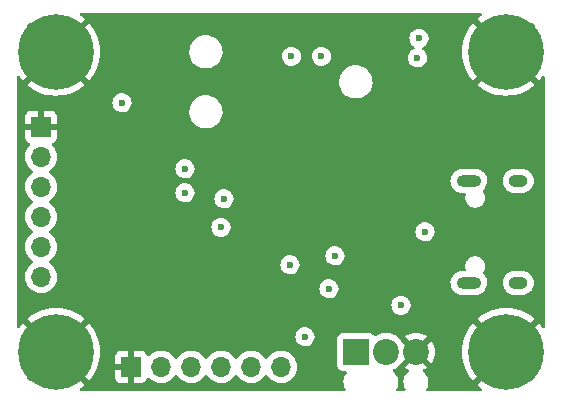
<source format=gbr>
%TF.GenerationSoftware,KiCad,Pcbnew,(6.0.5)*%
%TF.CreationDate,2022-06-21T13:53:18+02:00*%
%TF.ProjectId,usb-c_demo1,7573622d-635f-4646-956d-6f312e6b6963,rev?*%
%TF.SameCoordinates,Original*%
%TF.FileFunction,Copper,L2,Inr*%
%TF.FilePolarity,Positive*%
%FSLAX46Y46*%
G04 Gerber Fmt 4.6, Leading zero omitted, Abs format (unit mm)*
G04 Created by KiCad (PCBNEW (6.0.5)) date 2022-06-21 13:53:18*
%MOMM*%
%LPD*%
G01*
G04 APERTURE LIST*
%TA.AperFunction,ComponentPad*%
%ADD10O,1.600000X1.000000*%
%TD*%
%TA.AperFunction,ComponentPad*%
%ADD11O,2.100000X1.000000*%
%TD*%
%TA.AperFunction,ComponentPad*%
%ADD12R,1.700000X1.700000*%
%TD*%
%TA.AperFunction,ComponentPad*%
%ADD13O,1.700000X1.700000*%
%TD*%
%TA.AperFunction,ComponentPad*%
%ADD14R,2.200000X2.200000*%
%TD*%
%TA.AperFunction,ComponentPad*%
%ADD15C,2.200000*%
%TD*%
%TA.AperFunction,ComponentPad*%
%ADD16C,6.400000*%
%TD*%
%TA.AperFunction,ComponentPad*%
%ADD17C,0.800000*%
%TD*%
%TA.AperFunction,ViaPad*%
%ADD18C,0.600000*%
%TD*%
G04 APERTURE END LIST*
D10*
%TO.N,unconnected-(J1-PadS1)*%
%TO.C,J1*%
X69630000Y-67820000D03*
D11*
X65450000Y-59180000D03*
D10*
X69630000Y-59180000D03*
D11*
X65450000Y-67820000D03*
%TD*%
D12*
%TO.N,GND*%
%TO.C,J4*%
X36830000Y-74930000D03*
D13*
%TO.N,+3V3*%
X39370000Y-74930000D03*
%TO.N,PA4*%
X41910000Y-74930000D03*
%TO.N,PA5*%
X44450000Y-74930000D03*
%TO.N,PA6*%
X46990000Y-74930000D03*
%TO.N,PA7*%
X49530000Y-74930000D03*
%TD*%
D12*
%TO.N,GND*%
%TO.C,J5*%
X29210000Y-54610000D03*
D13*
%TO.N,+3V3*%
X29210000Y-57150000D03*
%TO.N,PA0*%
X29210000Y-59690000D03*
%TO.N,PA1*%
X29210000Y-62230000D03*
%TO.N,PA2*%
X29210000Y-64770000D03*
%TO.N,PA3*%
X29210000Y-67310000D03*
%TD*%
D14*
%TO.N,/VBUS*%
%TO.C,J3*%
X55880000Y-73660000D03*
D15*
%TO.N,PIXEL*%
X58420000Y-73660000D03*
%TO.N,GND*%
X60960000Y-73660000D03*
%TD*%
D16*
%TO.N,GND*%
%TO.C,H3*%
X30480000Y-48260000D03*
D17*
X30480000Y-45860000D03*
X28080000Y-48260000D03*
X28782944Y-49957056D03*
X32177056Y-49957056D03*
X30480000Y-50660000D03*
X28782944Y-46562944D03*
X32177056Y-46562944D03*
X32880000Y-48260000D03*
%TD*%
D16*
%TO.N,GND*%
%TO.C,H1*%
X68580000Y-48260000D03*
D17*
X68580000Y-50660000D03*
X70980000Y-48260000D03*
X70277056Y-46562944D03*
X70277056Y-49957056D03*
X66180000Y-48260000D03*
X68580000Y-45860000D03*
X66882944Y-49957056D03*
X66882944Y-46562944D03*
%TD*%
%TO.N,GND*%
%TO.C,H2*%
X28080000Y-73660000D03*
X32177056Y-71962944D03*
X28782944Y-71962944D03*
X32177056Y-75357056D03*
X30480000Y-76060000D03*
X28782944Y-75357056D03*
X32880000Y-73660000D03*
D16*
X30480000Y-73660000D03*
D17*
X30480000Y-71260000D03*
%TD*%
%TO.N,GND*%
%TO.C,H4*%
X66882944Y-75357056D03*
X70277056Y-75357056D03*
X68580000Y-71260000D03*
X66882944Y-71962944D03*
X70277056Y-71962944D03*
D16*
X68580000Y-73660000D03*
D17*
X66180000Y-73660000D03*
X68580000Y-76060000D03*
X70980000Y-73660000D03*
%TD*%
D18*
%TO.N,GND*%
X47752000Y-61468000D03*
X50927000Y-67691000D03*
X48641000Y-66548000D03*
X63500000Y-66802000D03*
X56769000Y-68326000D03*
X57912000Y-66548000D03*
X63500000Y-47879000D03*
X37338000Y-58166000D03*
X47498000Y-72390000D03*
X53213000Y-73914000D03*
X35052000Y-65659000D03*
X38354000Y-60198000D03*
X33020000Y-54229000D03*
X51943000Y-54229000D03*
X37846000Y-66802000D03*
X34036000Y-62611000D03*
X57023000Y-46482000D03*
X31623000Y-65913000D03*
X31877000Y-62992000D03*
X49530000Y-72390000D03*
X63500000Y-54229000D03*
X57785000Y-53721000D03*
X34290000Y-56134000D03*
X36068000Y-45720000D03*
X47879000Y-48641000D03*
X70104000Y-61595000D03*
X48133000Y-53975000D03*
X61976000Y-51181000D03*
X63500000Y-60198000D03*
X59690000Y-61468000D03*
X38227000Y-71628000D03*
X38354000Y-58166000D03*
X46482000Y-65278000D03*
X38354000Y-45720000D03*
X56007000Y-58674000D03*
X57912000Y-60452000D03*
X37592000Y-60325000D03*
X44704000Y-58166000D03*
%TO.N,/VBUS*%
X59690000Y-69723000D03*
X61722000Y-63500000D03*
%TO.N,NRST*%
X44450000Y-63119000D03*
X50419000Y-48641000D03*
%TO.N,+3V3*%
X41402000Y-60198000D03*
X36068000Y-52578000D03*
X53594000Y-68326000D03*
X44704000Y-60706000D03*
X41402000Y-58166000D03*
X50292000Y-66294000D03*
X61087000Y-48768000D03*
X52959000Y-48641000D03*
X61214000Y-47117000D03*
X51562000Y-72390000D03*
%TO.N,PIXEL*%
X54102000Y-65532000D03*
%TD*%
%TA.AperFunction,Conductor*%
%TO.N,GND*%
G36*
X66498437Y-44978502D02*
G01*
X66544930Y-45032158D01*
X66555034Y-45102432D01*
X66525540Y-45167012D01*
X66498940Y-45190173D01*
X66400265Y-45254253D01*
X66394939Y-45258123D01*
X66156165Y-45451478D01*
X66147700Y-45463733D01*
X66154034Y-45474824D01*
X71364310Y-50685100D01*
X71377386Y-50692241D01*
X71387753Y-50684784D01*
X71581877Y-50445061D01*
X71585747Y-50439735D01*
X71649827Y-50341060D01*
X71703704Y-50294823D01*
X71774025Y-50285053D01*
X71838465Y-50314853D01*
X71876564Y-50374761D01*
X71881500Y-50409684D01*
X71881500Y-71510316D01*
X71861498Y-71578437D01*
X71807842Y-71624930D01*
X71737568Y-71635034D01*
X71672988Y-71605540D01*
X71649827Y-71578940D01*
X71585747Y-71480265D01*
X71581877Y-71474939D01*
X71388522Y-71236165D01*
X71376267Y-71227700D01*
X71365176Y-71234034D01*
X66154900Y-76444310D01*
X66147759Y-76457386D01*
X66155216Y-76467753D01*
X66394935Y-76661874D01*
X66400272Y-76665751D01*
X66498941Y-76729828D01*
X66545178Y-76783704D01*
X66554947Y-76854025D01*
X66525147Y-76918465D01*
X66465238Y-76956564D01*
X66430316Y-76961500D01*
X61962999Y-76961500D01*
X61894878Y-76941498D01*
X61848385Y-76887842D01*
X61838281Y-76817568D01*
X61852162Y-76775575D01*
X61940514Y-76612170D01*
X62001898Y-76413871D01*
X62003429Y-76399303D01*
X62022952Y-76213554D01*
X62022952Y-76213552D01*
X62023596Y-76207425D01*
X62009200Y-76049242D01*
X62005341Y-76006836D01*
X62005340Y-76006833D01*
X62004782Y-76000697D01*
X62002298Y-75992255D01*
X61952974Y-75824669D01*
X61946173Y-75801560D01*
X61850001Y-75617600D01*
X61825380Y-75586977D01*
X61766385Y-75513603D01*
X61719929Y-75455823D01*
X61715209Y-75451862D01*
X61583688Y-75341503D01*
X61544361Y-75282393D01*
X61543235Y-75211405D01*
X61580666Y-75151078D01*
X61616461Y-75128572D01*
X61687700Y-75099064D01*
X61696494Y-75094583D01*
X61891167Y-74975287D01*
X61900627Y-74964830D01*
X61896844Y-74956054D01*
X60972812Y-74032022D01*
X60958868Y-74024408D01*
X60957035Y-74024539D01*
X60950420Y-74028790D01*
X60026200Y-74953010D01*
X60019440Y-74965390D01*
X60025167Y-74973040D01*
X60223506Y-75094583D01*
X60232300Y-75099064D01*
X60304503Y-75128971D01*
X60359784Y-75173519D01*
X60382205Y-75240883D01*
X60364647Y-75309674D01*
X60335921Y-75343023D01*
X60215311Y-75441390D01*
X60215308Y-75441393D01*
X60210536Y-75445285D01*
X60206608Y-75450033D01*
X60206607Y-75450034D01*
X60154018Y-75513603D01*
X60078217Y-75605230D01*
X60075288Y-75610647D01*
X60075286Y-75610650D01*
X59982416Y-75782410D01*
X59982414Y-75782415D01*
X59979486Y-75787830D01*
X59918102Y-75986129D01*
X59917458Y-75992254D01*
X59917458Y-75992255D01*
X59899704Y-76161181D01*
X59896404Y-76192575D01*
X59915218Y-76399303D01*
X59916956Y-76405209D01*
X59916957Y-76405213D01*
X59935364Y-76467753D01*
X59973827Y-76598440D01*
X59976681Y-76603899D01*
X60067241Y-76777125D01*
X60081075Y-76846761D01*
X60055065Y-76912821D01*
X59997469Y-76954333D01*
X59955579Y-76961500D01*
X59422999Y-76961500D01*
X59354878Y-76941498D01*
X59308385Y-76887842D01*
X59298281Y-76817568D01*
X59312162Y-76775575D01*
X59400514Y-76612170D01*
X59461898Y-76413871D01*
X59463429Y-76399303D01*
X59482952Y-76213554D01*
X59482952Y-76213552D01*
X59483596Y-76207425D01*
X59469200Y-76049242D01*
X59465341Y-76006836D01*
X59465340Y-76006833D01*
X59464782Y-76000697D01*
X59462298Y-75992255D01*
X59412974Y-75824669D01*
X59406173Y-75801560D01*
X59310001Y-75617600D01*
X59285380Y-75586977D01*
X59226385Y-75513603D01*
X59179929Y-75455823D01*
X59175210Y-75451863D01*
X59175209Y-75451862D01*
X59044119Y-75341864D01*
X59004793Y-75282755D01*
X59003667Y-75211767D01*
X59041098Y-75151439D01*
X59076892Y-75128935D01*
X59107919Y-75116083D01*
X59147928Y-75099511D01*
X59147932Y-75099509D01*
X59152502Y-75097616D01*
X59368376Y-74965328D01*
X59560898Y-74800898D01*
X59725328Y-74608376D01*
X59832936Y-74432776D01*
X59851274Y-74409516D01*
X60587978Y-73672812D01*
X60594356Y-73661132D01*
X61324408Y-73661132D01*
X61324539Y-73662965D01*
X61328790Y-73669580D01*
X62253010Y-74593800D01*
X62265390Y-74600560D01*
X62273040Y-74594833D01*
X62394583Y-74396494D01*
X62399064Y-74387700D01*
X62492134Y-74163009D01*
X62495183Y-74153624D01*
X62551959Y-73917137D01*
X62553502Y-73907390D01*
X62572584Y-73664930D01*
X62572584Y-73663301D01*
X64867084Y-73663301D01*
X64887080Y-74044833D01*
X64887766Y-74051371D01*
X64947535Y-74428734D01*
X64948906Y-74435184D01*
X65047788Y-74804216D01*
X65049829Y-74810498D01*
X65186740Y-75167164D01*
X65189422Y-75173189D01*
X65362872Y-75513603D01*
X65366169Y-75519313D01*
X65574253Y-75839735D01*
X65578123Y-75845061D01*
X65771478Y-76083835D01*
X65783733Y-76092300D01*
X65794824Y-76085966D01*
X68207978Y-73672812D01*
X68215592Y-73658868D01*
X68215461Y-73657035D01*
X68211210Y-73650420D01*
X65795690Y-71234900D01*
X65782614Y-71227759D01*
X65772247Y-71235216D01*
X65578123Y-71474939D01*
X65574253Y-71480265D01*
X65366169Y-71800687D01*
X65362872Y-71806397D01*
X65189422Y-72146811D01*
X65186740Y-72152836D01*
X65049829Y-72509502D01*
X65047788Y-72515784D01*
X64948906Y-72884816D01*
X64947535Y-72891266D01*
X64887766Y-73268629D01*
X64887080Y-73275167D01*
X64867084Y-73656699D01*
X64867084Y-73663301D01*
X62572584Y-73663301D01*
X62572584Y-73655070D01*
X62553502Y-73412610D01*
X62551959Y-73402863D01*
X62495183Y-73166376D01*
X62492134Y-73156991D01*
X62399064Y-72932300D01*
X62394583Y-72923506D01*
X62275287Y-72728833D01*
X62264830Y-72719373D01*
X62256054Y-72723156D01*
X61332022Y-73647188D01*
X61324408Y-73661132D01*
X60594356Y-73661132D01*
X60595592Y-73658868D01*
X60595461Y-73657035D01*
X60591210Y-73650420D01*
X59851274Y-72910484D01*
X59832936Y-72887224D01*
X59737369Y-72731273D01*
X59725328Y-72711624D01*
X59560898Y-72519102D01*
X59368959Y-72355170D01*
X60019373Y-72355170D01*
X60023156Y-72363946D01*
X60947188Y-73287978D01*
X60961132Y-73295592D01*
X60962965Y-73295461D01*
X60969580Y-73291210D01*
X61893800Y-72366990D01*
X61900560Y-72354610D01*
X61894833Y-72346960D01*
X61696494Y-72225417D01*
X61687700Y-72220936D01*
X61463009Y-72127866D01*
X61453624Y-72124817D01*
X61217137Y-72068041D01*
X61207390Y-72066498D01*
X60964930Y-72047416D01*
X60955070Y-72047416D01*
X60712610Y-72066498D01*
X60702863Y-72068041D01*
X60466376Y-72124817D01*
X60456991Y-72127866D01*
X60232300Y-72220936D01*
X60223506Y-72225417D01*
X60028833Y-72344713D01*
X60019373Y-72355170D01*
X59368959Y-72355170D01*
X59368376Y-72354672D01*
X59152502Y-72222384D01*
X59147932Y-72220491D01*
X59147928Y-72220489D01*
X58923164Y-72127389D01*
X58923162Y-72127388D01*
X58918591Y-72125495D01*
X58833968Y-72105179D01*
X58677216Y-72067546D01*
X58677210Y-72067545D01*
X58672403Y-72066391D01*
X58420000Y-72046526D01*
X58167597Y-72066391D01*
X58162790Y-72067545D01*
X58162784Y-72067546D01*
X58006032Y-72105179D01*
X57921409Y-72125495D01*
X57916838Y-72127388D01*
X57916836Y-72127389D01*
X57692072Y-72220489D01*
X57692068Y-72220491D01*
X57687498Y-72222384D01*
X57683278Y-72224970D01*
X57562614Y-72298913D01*
X57494080Y-72317451D01*
X57426404Y-72295995D01*
X57395953Y-72267046D01*
X57364754Y-72225417D01*
X57343261Y-72196739D01*
X57226705Y-72109385D01*
X57090316Y-72058255D01*
X57028134Y-72051500D01*
X54731866Y-72051500D01*
X54669684Y-72058255D01*
X54533295Y-72109385D01*
X54416739Y-72196739D01*
X54329385Y-72313295D01*
X54278255Y-72449684D01*
X54271500Y-72511866D01*
X54271500Y-74808134D01*
X54278255Y-74870316D01*
X54329385Y-75006705D01*
X54416739Y-75123261D01*
X54533295Y-75210615D01*
X54669684Y-75261745D01*
X54731866Y-75268500D01*
X55009022Y-75268500D01*
X55077143Y-75288502D01*
X55123636Y-75342158D01*
X55133740Y-75412432D01*
X55106106Y-75474815D01*
X54998217Y-75605230D01*
X54995288Y-75610647D01*
X54995286Y-75610650D01*
X54902416Y-75782410D01*
X54902414Y-75782415D01*
X54899486Y-75787830D01*
X54838102Y-75986129D01*
X54837458Y-75992254D01*
X54837458Y-75992255D01*
X54819704Y-76161181D01*
X54816404Y-76192575D01*
X54835218Y-76399303D01*
X54836956Y-76405209D01*
X54836957Y-76405213D01*
X54855364Y-76467753D01*
X54893827Y-76598440D01*
X54896681Y-76603899D01*
X54987241Y-76777125D01*
X55001075Y-76846761D01*
X54975065Y-76912821D01*
X54917469Y-76954333D01*
X54875579Y-76961500D01*
X32629684Y-76961500D01*
X32561563Y-76941498D01*
X32515070Y-76887842D01*
X32504966Y-76817568D01*
X32534460Y-76752988D01*
X32561059Y-76729828D01*
X32659728Y-76665751D01*
X32665065Y-76661874D01*
X32903835Y-76468522D01*
X32912300Y-76456267D01*
X32905966Y-76445176D01*
X30121922Y-73661132D01*
X30844408Y-73661132D01*
X30844539Y-73662965D01*
X30848790Y-73669580D01*
X33264310Y-76085100D01*
X33277386Y-76092241D01*
X33287753Y-76084784D01*
X33481877Y-75845061D01*
X33485747Y-75839735D01*
X33495531Y-75824669D01*
X35472001Y-75824669D01*
X35472371Y-75831490D01*
X35477895Y-75882352D01*
X35481521Y-75897604D01*
X35526676Y-76018054D01*
X35535214Y-76033649D01*
X35611715Y-76135724D01*
X35624276Y-76148285D01*
X35726351Y-76224786D01*
X35741946Y-76233324D01*
X35862394Y-76278478D01*
X35877649Y-76282105D01*
X35928514Y-76287631D01*
X35935328Y-76288000D01*
X36557885Y-76288000D01*
X36573124Y-76283525D01*
X36574329Y-76282135D01*
X36576000Y-76274452D01*
X36576000Y-76269884D01*
X37084000Y-76269884D01*
X37088475Y-76285123D01*
X37089865Y-76286328D01*
X37097548Y-76287999D01*
X37724669Y-76287999D01*
X37731490Y-76287629D01*
X37782352Y-76282105D01*
X37797604Y-76278479D01*
X37918054Y-76233324D01*
X37933649Y-76224786D01*
X38035724Y-76148285D01*
X38048285Y-76135724D01*
X38124786Y-76033649D01*
X38133324Y-76018054D01*
X38174225Y-75908952D01*
X38216867Y-75852188D01*
X38283428Y-75827488D01*
X38352777Y-75842696D01*
X38387444Y-75870684D01*
X38412865Y-75900031D01*
X38412869Y-75900035D01*
X38416250Y-75903938D01*
X38588126Y-76046632D01*
X38781000Y-76159338D01*
X38989692Y-76239030D01*
X38994760Y-76240061D01*
X38994763Y-76240062D01*
X39102017Y-76261883D01*
X39208597Y-76283567D01*
X39213772Y-76283757D01*
X39213774Y-76283757D01*
X39426673Y-76291564D01*
X39426677Y-76291564D01*
X39431837Y-76291753D01*
X39436957Y-76291097D01*
X39436959Y-76291097D01*
X39648288Y-76264025D01*
X39648289Y-76264025D01*
X39653416Y-76263368D01*
X39658366Y-76261883D01*
X39862429Y-76200661D01*
X39862434Y-76200659D01*
X39867384Y-76199174D01*
X40067994Y-76100896D01*
X40249860Y-75971173D01*
X40408096Y-75813489D01*
X40420591Y-75796101D01*
X40538453Y-75632077D01*
X40539776Y-75633028D01*
X40586645Y-75589857D01*
X40656580Y-75577625D01*
X40722026Y-75605144D01*
X40749875Y-75636994D01*
X40809987Y-75735088D01*
X40956250Y-75903938D01*
X41128126Y-76046632D01*
X41321000Y-76159338D01*
X41529692Y-76239030D01*
X41534760Y-76240061D01*
X41534763Y-76240062D01*
X41642017Y-76261883D01*
X41748597Y-76283567D01*
X41753772Y-76283757D01*
X41753774Y-76283757D01*
X41966673Y-76291564D01*
X41966677Y-76291564D01*
X41971837Y-76291753D01*
X41976957Y-76291097D01*
X41976959Y-76291097D01*
X42188288Y-76264025D01*
X42188289Y-76264025D01*
X42193416Y-76263368D01*
X42198366Y-76261883D01*
X42402429Y-76200661D01*
X42402434Y-76200659D01*
X42407384Y-76199174D01*
X42607994Y-76100896D01*
X42789860Y-75971173D01*
X42948096Y-75813489D01*
X42960591Y-75796101D01*
X43078453Y-75632077D01*
X43079776Y-75633028D01*
X43126645Y-75589857D01*
X43196580Y-75577625D01*
X43262026Y-75605144D01*
X43289875Y-75636994D01*
X43349987Y-75735088D01*
X43496250Y-75903938D01*
X43668126Y-76046632D01*
X43861000Y-76159338D01*
X44069692Y-76239030D01*
X44074760Y-76240061D01*
X44074763Y-76240062D01*
X44182017Y-76261883D01*
X44288597Y-76283567D01*
X44293772Y-76283757D01*
X44293774Y-76283757D01*
X44506673Y-76291564D01*
X44506677Y-76291564D01*
X44511837Y-76291753D01*
X44516957Y-76291097D01*
X44516959Y-76291097D01*
X44728288Y-76264025D01*
X44728289Y-76264025D01*
X44733416Y-76263368D01*
X44738366Y-76261883D01*
X44942429Y-76200661D01*
X44942434Y-76200659D01*
X44947384Y-76199174D01*
X45147994Y-76100896D01*
X45329860Y-75971173D01*
X45488096Y-75813489D01*
X45500591Y-75796101D01*
X45618453Y-75632077D01*
X45619776Y-75633028D01*
X45666645Y-75589857D01*
X45736580Y-75577625D01*
X45802026Y-75605144D01*
X45829875Y-75636994D01*
X45889987Y-75735088D01*
X46036250Y-75903938D01*
X46208126Y-76046632D01*
X46401000Y-76159338D01*
X46609692Y-76239030D01*
X46614760Y-76240061D01*
X46614763Y-76240062D01*
X46722017Y-76261883D01*
X46828597Y-76283567D01*
X46833772Y-76283757D01*
X46833774Y-76283757D01*
X47046673Y-76291564D01*
X47046677Y-76291564D01*
X47051837Y-76291753D01*
X47056957Y-76291097D01*
X47056959Y-76291097D01*
X47268288Y-76264025D01*
X47268289Y-76264025D01*
X47273416Y-76263368D01*
X47278366Y-76261883D01*
X47482429Y-76200661D01*
X47482434Y-76200659D01*
X47487384Y-76199174D01*
X47687994Y-76100896D01*
X47869860Y-75971173D01*
X48028096Y-75813489D01*
X48040591Y-75796101D01*
X48158453Y-75632077D01*
X48159776Y-75633028D01*
X48206645Y-75589857D01*
X48276580Y-75577625D01*
X48342026Y-75605144D01*
X48369875Y-75636994D01*
X48429987Y-75735088D01*
X48576250Y-75903938D01*
X48748126Y-76046632D01*
X48941000Y-76159338D01*
X49149692Y-76239030D01*
X49154760Y-76240061D01*
X49154763Y-76240062D01*
X49262017Y-76261883D01*
X49368597Y-76283567D01*
X49373772Y-76283757D01*
X49373774Y-76283757D01*
X49586673Y-76291564D01*
X49586677Y-76291564D01*
X49591837Y-76291753D01*
X49596957Y-76291097D01*
X49596959Y-76291097D01*
X49808288Y-76264025D01*
X49808289Y-76264025D01*
X49813416Y-76263368D01*
X49818366Y-76261883D01*
X50022429Y-76200661D01*
X50022434Y-76200659D01*
X50027384Y-76199174D01*
X50227994Y-76100896D01*
X50409860Y-75971173D01*
X50568096Y-75813489D01*
X50580591Y-75796101D01*
X50695435Y-75636277D01*
X50698453Y-75632077D01*
X50702910Y-75623060D01*
X50795136Y-75436453D01*
X50795137Y-75436451D01*
X50797430Y-75431811D01*
X50862370Y-75218069D01*
X50891529Y-74996590D01*
X50891611Y-74993240D01*
X50893074Y-74933365D01*
X50893074Y-74933361D01*
X50893156Y-74930000D01*
X50874852Y-74707361D01*
X50820431Y-74490702D01*
X50731354Y-74285840D01*
X50610014Y-74098277D01*
X50459670Y-73933051D01*
X50455619Y-73929852D01*
X50455615Y-73929848D01*
X50288414Y-73797800D01*
X50288410Y-73797798D01*
X50284359Y-73794598D01*
X50088789Y-73686638D01*
X50083920Y-73684914D01*
X50083916Y-73684912D01*
X49883087Y-73613795D01*
X49883083Y-73613794D01*
X49878212Y-73612069D01*
X49873119Y-73611162D01*
X49873116Y-73611161D01*
X49663373Y-73573800D01*
X49663367Y-73573799D01*
X49658284Y-73572894D01*
X49584452Y-73571992D01*
X49440081Y-73570228D01*
X49440079Y-73570228D01*
X49434911Y-73570165D01*
X49214091Y-73603955D01*
X49001756Y-73673357D01*
X48803607Y-73776507D01*
X48799474Y-73779610D01*
X48799471Y-73779612D01*
X48629100Y-73907530D01*
X48624965Y-73910635D01*
X48470629Y-74072138D01*
X48363201Y-74229621D01*
X48308293Y-74274621D01*
X48237768Y-74282792D01*
X48174021Y-74251538D01*
X48153324Y-74227054D01*
X48072822Y-74102617D01*
X48072820Y-74102614D01*
X48070014Y-74098277D01*
X47919670Y-73933051D01*
X47915619Y-73929852D01*
X47915615Y-73929848D01*
X47748414Y-73797800D01*
X47748410Y-73797798D01*
X47744359Y-73794598D01*
X47548789Y-73686638D01*
X47543920Y-73684914D01*
X47543916Y-73684912D01*
X47343087Y-73613795D01*
X47343083Y-73613794D01*
X47338212Y-73612069D01*
X47333119Y-73611162D01*
X47333116Y-73611161D01*
X47123373Y-73573800D01*
X47123367Y-73573799D01*
X47118284Y-73572894D01*
X47044452Y-73571992D01*
X46900081Y-73570228D01*
X46900079Y-73570228D01*
X46894911Y-73570165D01*
X46674091Y-73603955D01*
X46461756Y-73673357D01*
X46263607Y-73776507D01*
X46259474Y-73779610D01*
X46259471Y-73779612D01*
X46089100Y-73907530D01*
X46084965Y-73910635D01*
X45930629Y-74072138D01*
X45823201Y-74229621D01*
X45768293Y-74274621D01*
X45697768Y-74282792D01*
X45634021Y-74251538D01*
X45613324Y-74227054D01*
X45532822Y-74102617D01*
X45532820Y-74102614D01*
X45530014Y-74098277D01*
X45379670Y-73933051D01*
X45375619Y-73929852D01*
X45375615Y-73929848D01*
X45208414Y-73797800D01*
X45208410Y-73797798D01*
X45204359Y-73794598D01*
X45008789Y-73686638D01*
X45003920Y-73684914D01*
X45003916Y-73684912D01*
X44803087Y-73613795D01*
X44803083Y-73613794D01*
X44798212Y-73612069D01*
X44793119Y-73611162D01*
X44793116Y-73611161D01*
X44583373Y-73573800D01*
X44583367Y-73573799D01*
X44578284Y-73572894D01*
X44504452Y-73571992D01*
X44360081Y-73570228D01*
X44360079Y-73570228D01*
X44354911Y-73570165D01*
X44134091Y-73603955D01*
X43921756Y-73673357D01*
X43723607Y-73776507D01*
X43719474Y-73779610D01*
X43719471Y-73779612D01*
X43549100Y-73907530D01*
X43544965Y-73910635D01*
X43390629Y-74072138D01*
X43283201Y-74229621D01*
X43228293Y-74274621D01*
X43157768Y-74282792D01*
X43094021Y-74251538D01*
X43073324Y-74227054D01*
X42992822Y-74102617D01*
X42992820Y-74102614D01*
X42990014Y-74098277D01*
X42839670Y-73933051D01*
X42835619Y-73929852D01*
X42835615Y-73929848D01*
X42668414Y-73797800D01*
X42668410Y-73797798D01*
X42664359Y-73794598D01*
X42468789Y-73686638D01*
X42463920Y-73684914D01*
X42463916Y-73684912D01*
X42263087Y-73613795D01*
X42263083Y-73613794D01*
X42258212Y-73612069D01*
X42253119Y-73611162D01*
X42253116Y-73611161D01*
X42043373Y-73573800D01*
X42043367Y-73573799D01*
X42038284Y-73572894D01*
X41964452Y-73571992D01*
X41820081Y-73570228D01*
X41820079Y-73570228D01*
X41814911Y-73570165D01*
X41594091Y-73603955D01*
X41381756Y-73673357D01*
X41183607Y-73776507D01*
X41179474Y-73779610D01*
X41179471Y-73779612D01*
X41009100Y-73907530D01*
X41004965Y-73910635D01*
X40850629Y-74072138D01*
X40743201Y-74229621D01*
X40688293Y-74274621D01*
X40617768Y-74282792D01*
X40554021Y-74251538D01*
X40533324Y-74227054D01*
X40452822Y-74102617D01*
X40452820Y-74102614D01*
X40450014Y-74098277D01*
X40299670Y-73933051D01*
X40295619Y-73929852D01*
X40295615Y-73929848D01*
X40128414Y-73797800D01*
X40128410Y-73797798D01*
X40124359Y-73794598D01*
X39928789Y-73686638D01*
X39923920Y-73684914D01*
X39923916Y-73684912D01*
X39723087Y-73613795D01*
X39723083Y-73613794D01*
X39718212Y-73612069D01*
X39713119Y-73611162D01*
X39713116Y-73611161D01*
X39503373Y-73573800D01*
X39503367Y-73573799D01*
X39498284Y-73572894D01*
X39424452Y-73571992D01*
X39280081Y-73570228D01*
X39280079Y-73570228D01*
X39274911Y-73570165D01*
X39054091Y-73603955D01*
X38841756Y-73673357D01*
X38643607Y-73776507D01*
X38639474Y-73779610D01*
X38639471Y-73779612D01*
X38469100Y-73907530D01*
X38464965Y-73910635D01*
X38461393Y-73914373D01*
X38383898Y-73995466D01*
X38322374Y-74030895D01*
X38251462Y-74027438D01*
X38193676Y-73986192D01*
X38174823Y-73952644D01*
X38133324Y-73841946D01*
X38124786Y-73826351D01*
X38048285Y-73724276D01*
X38035724Y-73711715D01*
X37933649Y-73635214D01*
X37918054Y-73626676D01*
X37797606Y-73581522D01*
X37782351Y-73577895D01*
X37731486Y-73572369D01*
X37724672Y-73572000D01*
X37102115Y-73572000D01*
X37086876Y-73576475D01*
X37085671Y-73577865D01*
X37084000Y-73585548D01*
X37084000Y-76269884D01*
X36576000Y-76269884D01*
X36576000Y-75202115D01*
X36571525Y-75186876D01*
X36570135Y-75185671D01*
X36562452Y-75184000D01*
X35490116Y-75184000D01*
X35474877Y-75188475D01*
X35473672Y-75189865D01*
X35472001Y-75197548D01*
X35472001Y-75824669D01*
X33495531Y-75824669D01*
X33693831Y-75519313D01*
X33697128Y-75513603D01*
X33870578Y-75173189D01*
X33873260Y-75167164D01*
X34010171Y-74810498D01*
X34012212Y-74804216D01*
X34051421Y-74657885D01*
X35472000Y-74657885D01*
X35476475Y-74673124D01*
X35477865Y-74674329D01*
X35485548Y-74676000D01*
X36557885Y-74676000D01*
X36573124Y-74671525D01*
X36574329Y-74670135D01*
X36576000Y-74662452D01*
X36576000Y-73590116D01*
X36571525Y-73574877D01*
X36570135Y-73573672D01*
X36562452Y-73572001D01*
X35935331Y-73572001D01*
X35928510Y-73572371D01*
X35877648Y-73577895D01*
X35862396Y-73581521D01*
X35741946Y-73626676D01*
X35726351Y-73635214D01*
X35624276Y-73711715D01*
X35611715Y-73724276D01*
X35535214Y-73826351D01*
X35526676Y-73841946D01*
X35481522Y-73962394D01*
X35477895Y-73977649D01*
X35472369Y-74028514D01*
X35472000Y-74035328D01*
X35472000Y-74657885D01*
X34051421Y-74657885D01*
X34111094Y-74435184D01*
X34112465Y-74428734D01*
X34172234Y-74051371D01*
X34172920Y-74044833D01*
X34192916Y-73663301D01*
X34192916Y-73656699D01*
X34172920Y-73275167D01*
X34172234Y-73268629D01*
X34112465Y-72891266D01*
X34111094Y-72884816D01*
X34012212Y-72515784D01*
X34010171Y-72509502D01*
X33959938Y-72378640D01*
X50748463Y-72378640D01*
X50766163Y-72559160D01*
X50823418Y-72731273D01*
X50827065Y-72737295D01*
X50827066Y-72737297D01*
X50837978Y-72755314D01*
X50917380Y-72886424D01*
X50922269Y-72891487D01*
X50922270Y-72891488D01*
X50943027Y-72912982D01*
X51043382Y-73016902D01*
X51195159Y-73116222D01*
X51201763Y-73118678D01*
X51201765Y-73118679D01*
X51358558Y-73176990D01*
X51358560Y-73176990D01*
X51365168Y-73179448D01*
X51448995Y-73190633D01*
X51537980Y-73202507D01*
X51537984Y-73202507D01*
X51544961Y-73203438D01*
X51551972Y-73202800D01*
X51551976Y-73202800D01*
X51694459Y-73189832D01*
X51725600Y-73186998D01*
X51732302Y-73184820D01*
X51732304Y-73184820D01*
X51891409Y-73133124D01*
X51891412Y-73133123D01*
X51898108Y-73130947D01*
X52053912Y-73038069D01*
X52185266Y-72912982D01*
X52285643Y-72761902D01*
X52350055Y-72592338D01*
X52351035Y-72585366D01*
X52374748Y-72416639D01*
X52374748Y-72416636D01*
X52375299Y-72412717D01*
X52375616Y-72390000D01*
X52355397Y-72209745D01*
X52353080Y-72203091D01*
X52298064Y-72045106D01*
X52298062Y-72045103D01*
X52295745Y-72038448D01*
X52199626Y-71884624D01*
X52185941Y-71870843D01*
X52076778Y-71760915D01*
X52076774Y-71760912D01*
X52071815Y-71755918D01*
X52060697Y-71748862D01*
X52012538Y-71718300D01*
X51918666Y-71658727D01*
X51889463Y-71648328D01*
X51754425Y-71600243D01*
X51754420Y-71600242D01*
X51747790Y-71597881D01*
X51740802Y-71597048D01*
X51740799Y-71597047D01*
X51588947Y-71578940D01*
X51567680Y-71576404D01*
X51560677Y-71577140D01*
X51560676Y-71577140D01*
X51394288Y-71594628D01*
X51394286Y-71594629D01*
X51387288Y-71595364D01*
X51215579Y-71653818D01*
X51209575Y-71657512D01*
X51067095Y-71745166D01*
X51067092Y-71745168D01*
X51061088Y-71748862D01*
X51056053Y-71753793D01*
X51056050Y-71753795D01*
X51008166Y-71800687D01*
X50931493Y-71875771D01*
X50833235Y-72028238D01*
X50830826Y-72034858D01*
X50830824Y-72034861D01*
X50787885Y-72152836D01*
X50771197Y-72198685D01*
X50748463Y-72378640D01*
X33959938Y-72378640D01*
X33873260Y-72152836D01*
X33870578Y-72146811D01*
X33697128Y-71806397D01*
X33693831Y-71800687D01*
X33485747Y-71480265D01*
X33481877Y-71474939D01*
X33288522Y-71236165D01*
X33276267Y-71227700D01*
X33265176Y-71234034D01*
X30852022Y-73647188D01*
X30844408Y-73661132D01*
X30121922Y-73661132D01*
X27695690Y-71234900D01*
X27682614Y-71227759D01*
X27672247Y-71235216D01*
X27478123Y-71474939D01*
X27474253Y-71480265D01*
X27410173Y-71578940D01*
X27356296Y-71625177D01*
X27285975Y-71634947D01*
X27221535Y-71605147D01*
X27183436Y-71545239D01*
X27178500Y-71510316D01*
X27178500Y-70863733D01*
X28047700Y-70863733D01*
X28054034Y-70874824D01*
X30467188Y-73287978D01*
X30481132Y-73295592D01*
X30482965Y-73295461D01*
X30489580Y-73291210D01*
X32905100Y-70875690D01*
X32911630Y-70863733D01*
X66147700Y-70863733D01*
X66154034Y-70874824D01*
X68567188Y-73287978D01*
X68581132Y-73295592D01*
X68582965Y-73295461D01*
X68589580Y-73291210D01*
X71005100Y-70875690D01*
X71012241Y-70862614D01*
X71004784Y-70852247D01*
X70765065Y-70658126D01*
X70759728Y-70654249D01*
X70439315Y-70446170D01*
X70433606Y-70442873D01*
X70093189Y-70269422D01*
X70087164Y-70266740D01*
X69730498Y-70129829D01*
X69724216Y-70127788D01*
X69355184Y-70028906D01*
X69348734Y-70027535D01*
X68971371Y-69967766D01*
X68964833Y-69967080D01*
X68583301Y-69947084D01*
X68576699Y-69947084D01*
X68195167Y-69967080D01*
X68188629Y-69967766D01*
X67811266Y-70027535D01*
X67804816Y-70028906D01*
X67435784Y-70127788D01*
X67429502Y-70129829D01*
X67072836Y-70266740D01*
X67066811Y-70269422D01*
X66726397Y-70442872D01*
X66720687Y-70446169D01*
X66400265Y-70654253D01*
X66394939Y-70658123D01*
X66156165Y-70851478D01*
X66147700Y-70863733D01*
X32911630Y-70863733D01*
X32912241Y-70862614D01*
X32904784Y-70852247D01*
X32665065Y-70658126D01*
X32659728Y-70654249D01*
X32339315Y-70446170D01*
X32333606Y-70442873D01*
X31993189Y-70269422D01*
X31987164Y-70266740D01*
X31630498Y-70129829D01*
X31624216Y-70127788D01*
X31255184Y-70028906D01*
X31248734Y-70027535D01*
X30871371Y-69967766D01*
X30864833Y-69967080D01*
X30483301Y-69947084D01*
X30476699Y-69947084D01*
X30095167Y-69967080D01*
X30088629Y-69967766D01*
X29711266Y-70027535D01*
X29704816Y-70028906D01*
X29335784Y-70127788D01*
X29329502Y-70129829D01*
X28972836Y-70266740D01*
X28966811Y-70269422D01*
X28626397Y-70442872D01*
X28620687Y-70446169D01*
X28300265Y-70654253D01*
X28294939Y-70658123D01*
X28056165Y-70851478D01*
X28047700Y-70863733D01*
X27178500Y-70863733D01*
X27178500Y-69711640D01*
X58876463Y-69711640D01*
X58894163Y-69892160D01*
X58951418Y-70064273D01*
X58955065Y-70070295D01*
X58955066Y-70070297D01*
X58989884Y-70127788D01*
X59045380Y-70219424D01*
X59171382Y-70349902D01*
X59177278Y-70353760D01*
X59313457Y-70442873D01*
X59323159Y-70449222D01*
X59329763Y-70451678D01*
X59329765Y-70451679D01*
X59486558Y-70509990D01*
X59486560Y-70509990D01*
X59493168Y-70512448D01*
X59576995Y-70523633D01*
X59665980Y-70535507D01*
X59665984Y-70535507D01*
X59672961Y-70536438D01*
X59679972Y-70535800D01*
X59679976Y-70535800D01*
X59822459Y-70522832D01*
X59853600Y-70519998D01*
X59860302Y-70517820D01*
X59860304Y-70517820D01*
X60019409Y-70466124D01*
X60019412Y-70466123D01*
X60026108Y-70463947D01*
X60181912Y-70371069D01*
X60313266Y-70245982D01*
X60413643Y-70094902D01*
X60462199Y-69967080D01*
X60475555Y-69931920D01*
X60475556Y-69931918D01*
X60478055Y-69925338D01*
X60479035Y-69918366D01*
X60502748Y-69749639D01*
X60502748Y-69749636D01*
X60503299Y-69745717D01*
X60503616Y-69723000D01*
X60483397Y-69542745D01*
X60481080Y-69536091D01*
X60426064Y-69378106D01*
X60426062Y-69378103D01*
X60423745Y-69371448D01*
X60327626Y-69217624D01*
X60249984Y-69139438D01*
X60204778Y-69093915D01*
X60204774Y-69093912D01*
X60199815Y-69088918D01*
X60188697Y-69081862D01*
X60135912Y-69048364D01*
X60046666Y-68991727D01*
X60007209Y-68977677D01*
X59882425Y-68933243D01*
X59882420Y-68933242D01*
X59875790Y-68930881D01*
X59868802Y-68930048D01*
X59868799Y-68930047D01*
X59745698Y-68915368D01*
X59695680Y-68909404D01*
X59688677Y-68910140D01*
X59688676Y-68910140D01*
X59522288Y-68927628D01*
X59522286Y-68927629D01*
X59515288Y-68928364D01*
X59343579Y-68986818D01*
X59337575Y-68990512D01*
X59195095Y-69078166D01*
X59195092Y-69078168D01*
X59189088Y-69081862D01*
X59184053Y-69086793D01*
X59184050Y-69086795D01*
X59130293Y-69139438D01*
X59059493Y-69208771D01*
X58961235Y-69361238D01*
X58958826Y-69367858D01*
X58958824Y-69367861D01*
X58901606Y-69525066D01*
X58899197Y-69531685D01*
X58876463Y-69711640D01*
X27178500Y-69711640D01*
X27178500Y-67276695D01*
X27847251Y-67276695D01*
X27847548Y-67281848D01*
X27847548Y-67281851D01*
X27856274Y-67433186D01*
X27860110Y-67499715D01*
X27861247Y-67504761D01*
X27861248Y-67504767D01*
X27868342Y-67536243D01*
X27909222Y-67717639D01*
X27993266Y-67924616D01*
X27995965Y-67929020D01*
X28057633Y-68029653D01*
X28109987Y-68115088D01*
X28256250Y-68283938D01*
X28428126Y-68426632D01*
X28621000Y-68539338D01*
X28829692Y-68619030D01*
X28834760Y-68620061D01*
X28834763Y-68620062D01*
X28942017Y-68641883D01*
X29048597Y-68663567D01*
X29053772Y-68663757D01*
X29053774Y-68663757D01*
X29266673Y-68671564D01*
X29266677Y-68671564D01*
X29271837Y-68671753D01*
X29276957Y-68671097D01*
X29276959Y-68671097D01*
X29488288Y-68644025D01*
X29488289Y-68644025D01*
X29493416Y-68643368D01*
X29498366Y-68641883D01*
X29702429Y-68580661D01*
X29702434Y-68580659D01*
X29707384Y-68579174D01*
X29907994Y-68480896D01*
X30089860Y-68351173D01*
X30096299Y-68344757D01*
X30126521Y-68314640D01*
X52780463Y-68314640D01*
X52798163Y-68495160D01*
X52855418Y-68667273D01*
X52859065Y-68673295D01*
X52859066Y-68673297D01*
X52944691Y-68814681D01*
X52949380Y-68822424D01*
X52954269Y-68827487D01*
X52954270Y-68827488D01*
X52969357Y-68843111D01*
X53075382Y-68952902D01*
X53227159Y-69052222D01*
X53233763Y-69054678D01*
X53233765Y-69054679D01*
X53390558Y-69112990D01*
X53390560Y-69112990D01*
X53397168Y-69115448D01*
X53480995Y-69126633D01*
X53569980Y-69138507D01*
X53569984Y-69138507D01*
X53576961Y-69139438D01*
X53583972Y-69138800D01*
X53583976Y-69138800D01*
X53726459Y-69125832D01*
X53757600Y-69122998D01*
X53764302Y-69120820D01*
X53764304Y-69120820D01*
X53923409Y-69069124D01*
X53923412Y-69069123D01*
X53930108Y-69066947D01*
X54049951Y-68995506D01*
X54079860Y-68977677D01*
X54079862Y-68977676D01*
X54085912Y-68974069D01*
X54217266Y-68848982D01*
X54317643Y-68697902D01*
X54376501Y-68542960D01*
X54379555Y-68534920D01*
X54379556Y-68534918D01*
X54382055Y-68528338D01*
X54383035Y-68521366D01*
X54406748Y-68352639D01*
X54406748Y-68352636D01*
X54407299Y-68348717D01*
X54407616Y-68326000D01*
X54387397Y-68145745D01*
X54385080Y-68139091D01*
X54330064Y-67981106D01*
X54330062Y-67981103D01*
X54327745Y-67974448D01*
X54231626Y-67820624D01*
X54223981Y-67812925D01*
X63886645Y-67812925D01*
X63887933Y-67827075D01*
X63901951Y-67981106D01*
X63904570Y-68009888D01*
X63960410Y-68199619D01*
X63963263Y-68205077D01*
X63963265Y-68205081D01*
X64002449Y-68280031D01*
X64052040Y-68374890D01*
X64175968Y-68529025D01*
X64180692Y-68532989D01*
X64190455Y-68541181D01*
X64327474Y-68656154D01*
X64332872Y-68659121D01*
X64332877Y-68659125D01*
X64414093Y-68703773D01*
X64500787Y-68751433D01*
X64506654Y-68753294D01*
X64506656Y-68753295D01*
X64683436Y-68809373D01*
X64689306Y-68811235D01*
X64843227Y-68828500D01*
X66049769Y-68828500D01*
X66052825Y-68828200D01*
X66052832Y-68828200D01*
X66111736Y-68822424D01*
X66196833Y-68814080D01*
X66202734Y-68812298D01*
X66202736Y-68812298D01*
X66276053Y-68790162D01*
X66386169Y-68756916D01*
X66560796Y-68664066D01*
X66647062Y-68593709D01*
X66709287Y-68542960D01*
X66709290Y-68542957D01*
X66714062Y-68539065D01*
X66744854Y-68501844D01*
X66836201Y-68391425D01*
X66836203Y-68391421D01*
X66840130Y-68386675D01*
X66934198Y-68212701D01*
X66992682Y-68023768D01*
X67013355Y-67827075D01*
X67012067Y-67812925D01*
X68316645Y-67812925D01*
X68317933Y-67827075D01*
X68331951Y-67981106D01*
X68334570Y-68009888D01*
X68390410Y-68199619D01*
X68393263Y-68205077D01*
X68393265Y-68205081D01*
X68432449Y-68280031D01*
X68482040Y-68374890D01*
X68605968Y-68529025D01*
X68610692Y-68532989D01*
X68620455Y-68541181D01*
X68757474Y-68656154D01*
X68762872Y-68659121D01*
X68762877Y-68659125D01*
X68844093Y-68703773D01*
X68930787Y-68751433D01*
X68936654Y-68753294D01*
X68936656Y-68753295D01*
X69113436Y-68809373D01*
X69119306Y-68811235D01*
X69273227Y-68828500D01*
X69979769Y-68828500D01*
X69982825Y-68828200D01*
X69982832Y-68828200D01*
X70041736Y-68822424D01*
X70126833Y-68814080D01*
X70132734Y-68812298D01*
X70132736Y-68812298D01*
X70206053Y-68790162D01*
X70316169Y-68756916D01*
X70490796Y-68664066D01*
X70577062Y-68593709D01*
X70639287Y-68542960D01*
X70639290Y-68542957D01*
X70644062Y-68539065D01*
X70674854Y-68501844D01*
X70766201Y-68391425D01*
X70766203Y-68391421D01*
X70770130Y-68386675D01*
X70864198Y-68212701D01*
X70922682Y-68023768D01*
X70943355Y-67827075D01*
X70925430Y-67630112D01*
X70917458Y-67603023D01*
X70890787Y-67512404D01*
X70869590Y-67440381D01*
X70859919Y-67421881D01*
X70801428Y-67310000D01*
X70777960Y-67265110D01*
X70654032Y-67110975D01*
X70649057Y-67106800D01*
X70566020Y-67037124D01*
X70502526Y-66983846D01*
X70497128Y-66980879D01*
X70497123Y-66980875D01*
X70334608Y-66891533D01*
X70334609Y-66891533D01*
X70329213Y-66888567D01*
X70323346Y-66886706D01*
X70323344Y-66886705D01*
X70146564Y-66830627D01*
X70146563Y-66830627D01*
X70140694Y-66828765D01*
X69986773Y-66811500D01*
X69280231Y-66811500D01*
X69277175Y-66811800D01*
X69277168Y-66811800D01*
X69224322Y-66816982D01*
X69133167Y-66825920D01*
X69127266Y-66827702D01*
X69127264Y-66827702D01*
X69053947Y-66849838D01*
X68943831Y-66883084D01*
X68769204Y-66975934D01*
X68719632Y-67016364D01*
X68620713Y-67097040D01*
X68620710Y-67097043D01*
X68615938Y-67100935D01*
X68612011Y-67105682D01*
X68612009Y-67105684D01*
X68493799Y-67248575D01*
X68493797Y-67248579D01*
X68489870Y-67253325D01*
X68395802Y-67427299D01*
X68337318Y-67616232D01*
X68316645Y-67812925D01*
X67012067Y-67812925D01*
X66995430Y-67630112D01*
X66987458Y-67603023D01*
X66960787Y-67512404D01*
X66939590Y-67440381D01*
X66929919Y-67421881D01*
X66871428Y-67310000D01*
X66847960Y-67265110D01*
X66724032Y-67110975D01*
X66667171Y-67063263D01*
X66627846Y-67004154D01*
X66626720Y-66933167D01*
X66643952Y-66895920D01*
X66716442Y-66789255D01*
X66720277Y-66783612D01*
X66787530Y-66615466D01*
X66788644Y-66608738D01*
X66788645Y-66608734D01*
X66815993Y-66443539D01*
X66815993Y-66443536D01*
X66817108Y-66436802D01*
X66812287Y-66344800D01*
X66807987Y-66262766D01*
X66807630Y-66255953D01*
X66784304Y-66171266D01*
X66761352Y-66087941D01*
X66759539Y-66081359D01*
X66675078Y-65921164D01*
X66670673Y-65915951D01*
X66670670Y-65915947D01*
X66562594Y-65788057D01*
X66562590Y-65788053D01*
X66558187Y-65782843D01*
X66552762Y-65778695D01*
X66419743Y-65676994D01*
X66419739Y-65676991D01*
X66414322Y-65672850D01*
X66309186Y-65623825D01*
X66256369Y-65599195D01*
X66256366Y-65599194D01*
X66250192Y-65596315D01*
X66243544Y-65594829D01*
X66243541Y-65594828D01*
X66099928Y-65562727D01*
X66073457Y-65556810D01*
X66067912Y-65556500D01*
X65934756Y-65556500D01*
X65799963Y-65571143D01*
X65716609Y-65599195D01*
X65634796Y-65626728D01*
X65634794Y-65626729D01*
X65628325Y-65628906D01*
X65473095Y-65722177D01*
X65468138Y-65726865D01*
X65468135Y-65726867D01*
X65346473Y-65841918D01*
X65341515Y-65846607D01*
X65337683Y-65852245D01*
X65337680Y-65852249D01*
X65276381Y-65942448D01*
X65239723Y-65996388D01*
X65172470Y-66164534D01*
X65171356Y-66171262D01*
X65171355Y-66171266D01*
X65145137Y-66329637D01*
X65142892Y-66343198D01*
X65143249Y-66350015D01*
X65143249Y-66350019D01*
X65148601Y-66452138D01*
X65152370Y-66524047D01*
X65154181Y-66530620D01*
X65154181Y-66530623D01*
X65187625Y-66652040D01*
X65186431Y-66723027D01*
X65147048Y-66782099D01*
X65081981Y-66810501D01*
X65066149Y-66811500D01*
X64850231Y-66811500D01*
X64847175Y-66811800D01*
X64847168Y-66811800D01*
X64794322Y-66816982D01*
X64703167Y-66825920D01*
X64697266Y-66827702D01*
X64697264Y-66827702D01*
X64623947Y-66849838D01*
X64513831Y-66883084D01*
X64339204Y-66975934D01*
X64289632Y-67016364D01*
X64190713Y-67097040D01*
X64190710Y-67097043D01*
X64185938Y-67100935D01*
X64182011Y-67105682D01*
X64182009Y-67105684D01*
X64063799Y-67248575D01*
X64063797Y-67248579D01*
X64059870Y-67253325D01*
X63965802Y-67427299D01*
X63907318Y-67616232D01*
X63886645Y-67812925D01*
X54223981Y-67812925D01*
X54108778Y-67696915D01*
X54108774Y-67696912D01*
X54103815Y-67691918D01*
X54092697Y-67684862D01*
X54044538Y-67654300D01*
X53950666Y-67594727D01*
X53921463Y-67584328D01*
X53786425Y-67536243D01*
X53786420Y-67536242D01*
X53779790Y-67533881D01*
X53772802Y-67533048D01*
X53772799Y-67533047D01*
X53649698Y-67518368D01*
X53599680Y-67512404D01*
X53592677Y-67513140D01*
X53592676Y-67513140D01*
X53426288Y-67530628D01*
X53426286Y-67530629D01*
X53419288Y-67531364D01*
X53247579Y-67589818D01*
X53233457Y-67598506D01*
X53099095Y-67681166D01*
X53099092Y-67681168D01*
X53093088Y-67684862D01*
X53088053Y-67689793D01*
X53088050Y-67689795D01*
X52968573Y-67806796D01*
X52963493Y-67811771D01*
X52865235Y-67964238D01*
X52862826Y-67970858D01*
X52862824Y-67970861D01*
X52805606Y-68128066D01*
X52803197Y-68134685D01*
X52780463Y-68314640D01*
X30126521Y-68314640D01*
X30236463Y-68205081D01*
X30248096Y-68193489D01*
X30307594Y-68110689D01*
X30375435Y-68016277D01*
X30378453Y-68012077D01*
X30397051Y-67974448D01*
X30475136Y-67816453D01*
X30475137Y-67816451D01*
X30477430Y-67811811D01*
X30534430Y-67624202D01*
X30540865Y-67603023D01*
X30540865Y-67603021D01*
X30542370Y-67598069D01*
X30571529Y-67376590D01*
X30573156Y-67310000D01*
X30554852Y-67087361D01*
X30500431Y-66870702D01*
X30411354Y-66665840D01*
X30319624Y-66524047D01*
X30292822Y-66482617D01*
X30292820Y-66482614D01*
X30290014Y-66478277D01*
X30139670Y-66313051D01*
X30135619Y-66309852D01*
X30135615Y-66309848D01*
X30101164Y-66282640D01*
X49478463Y-66282640D01*
X49496163Y-66463160D01*
X49553418Y-66635273D01*
X49557065Y-66641295D01*
X49557066Y-66641297D01*
X49643255Y-66783612D01*
X49647380Y-66790424D01*
X49652269Y-66795487D01*
X49652270Y-66795488D01*
X49673027Y-66816982D01*
X49773382Y-66920902D01*
X49798305Y-66937211D01*
X49900605Y-67004154D01*
X49925159Y-67020222D01*
X49931763Y-67022678D01*
X49931765Y-67022679D01*
X50088558Y-67080990D01*
X50088560Y-67080990D01*
X50095168Y-67083448D01*
X50178995Y-67094633D01*
X50267980Y-67106507D01*
X50267984Y-67106507D01*
X50274961Y-67107438D01*
X50281972Y-67106800D01*
X50281976Y-67106800D01*
X50424459Y-67093832D01*
X50455600Y-67090998D01*
X50462302Y-67088820D01*
X50462304Y-67088820D01*
X50621409Y-67037124D01*
X50621412Y-67037123D01*
X50628108Y-67034947D01*
X50783912Y-66942069D01*
X50915266Y-66816982D01*
X51015643Y-66665902D01*
X51080055Y-66496338D01*
X51081035Y-66489366D01*
X51104748Y-66320639D01*
X51104748Y-66320636D01*
X51105299Y-66316717D01*
X51105616Y-66294000D01*
X51085397Y-66113745D01*
X51083080Y-66107091D01*
X51028064Y-65949106D01*
X51028062Y-65949103D01*
X51025745Y-65942448D01*
X51012445Y-65921164D01*
X50933359Y-65794598D01*
X50929626Y-65788624D01*
X50881371Y-65740031D01*
X50806778Y-65664915D01*
X50806774Y-65664912D01*
X50801815Y-65659918D01*
X50791685Y-65653489D01*
X50665358Y-65573320D01*
X50648666Y-65562727D01*
X50573501Y-65535962D01*
X50530472Y-65520640D01*
X53288463Y-65520640D01*
X53306163Y-65701160D01*
X53363418Y-65873273D01*
X53367065Y-65879295D01*
X53367066Y-65879297D01*
X53409344Y-65949106D01*
X53457380Y-66028424D01*
X53462269Y-66033487D01*
X53462270Y-66033488D01*
X53533348Y-66107091D01*
X53583382Y-66158902D01*
X53735159Y-66258222D01*
X53741763Y-66260678D01*
X53741765Y-66260679D01*
X53898558Y-66318990D01*
X53898560Y-66318990D01*
X53905168Y-66321448D01*
X53988995Y-66332633D01*
X54077980Y-66344507D01*
X54077984Y-66344507D01*
X54084961Y-66345438D01*
X54091972Y-66344800D01*
X54091976Y-66344800D01*
X54234459Y-66331832D01*
X54265600Y-66328998D01*
X54272302Y-66326820D01*
X54272304Y-66326820D01*
X54431409Y-66275124D01*
X54431412Y-66275123D01*
X54438108Y-66272947D01*
X54593912Y-66180069D01*
X54725266Y-66054982D01*
X54825643Y-65903902D01*
X54871332Y-65783627D01*
X54887555Y-65740920D01*
X54887556Y-65740918D01*
X54890055Y-65734338D01*
X54892258Y-65718661D01*
X54914748Y-65558639D01*
X54914748Y-65558636D01*
X54915299Y-65554717D01*
X54915616Y-65532000D01*
X54895397Y-65351745D01*
X54893080Y-65345091D01*
X54838064Y-65187106D01*
X54838062Y-65187103D01*
X54835745Y-65180448D01*
X54739626Y-65026624D01*
X54725941Y-65012843D01*
X54616778Y-64902915D01*
X54616774Y-64902912D01*
X54611815Y-64897918D01*
X54600697Y-64890862D01*
X54552538Y-64860300D01*
X54458666Y-64800727D01*
X54429463Y-64790328D01*
X54294425Y-64742243D01*
X54294420Y-64742242D01*
X54287790Y-64739881D01*
X54280802Y-64739048D01*
X54280799Y-64739047D01*
X54157698Y-64724368D01*
X54107680Y-64718404D01*
X54100677Y-64719140D01*
X54100676Y-64719140D01*
X53934288Y-64736628D01*
X53934286Y-64736629D01*
X53927288Y-64737364D01*
X53755579Y-64795818D01*
X53749575Y-64799512D01*
X53607095Y-64887166D01*
X53607092Y-64887168D01*
X53601088Y-64890862D01*
X53596053Y-64895793D01*
X53596050Y-64895795D01*
X53476525Y-65012843D01*
X53471493Y-65017771D01*
X53373235Y-65170238D01*
X53370826Y-65176858D01*
X53370824Y-65176861D01*
X53313606Y-65334066D01*
X53311197Y-65340685D01*
X53288463Y-65520640D01*
X50530472Y-65520640D01*
X50484425Y-65504243D01*
X50484420Y-65504242D01*
X50477790Y-65501881D01*
X50470802Y-65501048D01*
X50470799Y-65501047D01*
X50347698Y-65486368D01*
X50297680Y-65480404D01*
X50290677Y-65481140D01*
X50290676Y-65481140D01*
X50124288Y-65498628D01*
X50124286Y-65498629D01*
X50117288Y-65499364D01*
X49945579Y-65557818D01*
X49939575Y-65561512D01*
X49797095Y-65649166D01*
X49797092Y-65649168D01*
X49791088Y-65652862D01*
X49786053Y-65657793D01*
X49786050Y-65657795D01*
X49666525Y-65774843D01*
X49661493Y-65779771D01*
X49563235Y-65932238D01*
X49560826Y-65938858D01*
X49560824Y-65938861D01*
X49516791Y-66059841D01*
X49501197Y-66102685D01*
X49478463Y-66282640D01*
X30101164Y-66282640D01*
X29968414Y-66177800D01*
X29968410Y-66177798D01*
X29964359Y-66174598D01*
X29923053Y-66151796D01*
X29873084Y-66101364D01*
X29858312Y-66031921D01*
X29883428Y-65965516D01*
X29910780Y-65938909D01*
X29969094Y-65897314D01*
X30089860Y-65811173D01*
X30117503Y-65783627D01*
X30244435Y-65657137D01*
X30248096Y-65653489D01*
X30251203Y-65649166D01*
X30375435Y-65476277D01*
X30378453Y-65472077D01*
X30434466Y-65358744D01*
X30475136Y-65276453D01*
X30475137Y-65276451D01*
X30477430Y-65271811D01*
X30542370Y-65058069D01*
X30571529Y-64836590D01*
X30573156Y-64770000D01*
X30554852Y-64547361D01*
X30500431Y-64330702D01*
X30411354Y-64125840D01*
X30290014Y-63938277D01*
X30139670Y-63773051D01*
X30135619Y-63769852D01*
X30135615Y-63769848D01*
X29968414Y-63637800D01*
X29968410Y-63637798D01*
X29964359Y-63634598D01*
X29923053Y-63611796D01*
X29873084Y-63561364D01*
X29858312Y-63491921D01*
X29883428Y-63425516D01*
X29910780Y-63398909D01*
X29954603Y-63367650D01*
X30089860Y-63271173D01*
X30248096Y-63113489D01*
X30252299Y-63107640D01*
X43636463Y-63107640D01*
X43654163Y-63288160D01*
X43711418Y-63460273D01*
X43715065Y-63466295D01*
X43715066Y-63466297D01*
X43751610Y-63526638D01*
X43805380Y-63615424D01*
X43810269Y-63620487D01*
X43810270Y-63620488D01*
X43863727Y-63675844D01*
X43931382Y-63745902D01*
X43969242Y-63770677D01*
X44066912Y-63834590D01*
X44083159Y-63845222D01*
X44089763Y-63847678D01*
X44089765Y-63847679D01*
X44246558Y-63905990D01*
X44246560Y-63905990D01*
X44253168Y-63908448D01*
X44336995Y-63919633D01*
X44425980Y-63931507D01*
X44425984Y-63931507D01*
X44432961Y-63932438D01*
X44439972Y-63931800D01*
X44439976Y-63931800D01*
X44582459Y-63918832D01*
X44613600Y-63915998D01*
X44620302Y-63913820D01*
X44620304Y-63913820D01*
X44779409Y-63862124D01*
X44779412Y-63862123D01*
X44786108Y-63859947D01*
X44925471Y-63776870D01*
X44935860Y-63770677D01*
X44935862Y-63770676D01*
X44941912Y-63767069D01*
X45073266Y-63641982D01*
X45173643Y-63490902D01*
X45174502Y-63488640D01*
X60908463Y-63488640D01*
X60926163Y-63669160D01*
X60983418Y-63841273D01*
X60987065Y-63847295D01*
X60987066Y-63847297D01*
X61044794Y-63942617D01*
X61077380Y-63996424D01*
X61203382Y-64126902D01*
X61355159Y-64226222D01*
X61361763Y-64228678D01*
X61361765Y-64228679D01*
X61518558Y-64286990D01*
X61518560Y-64286990D01*
X61525168Y-64289448D01*
X61608995Y-64300633D01*
X61697980Y-64312507D01*
X61697984Y-64312507D01*
X61704961Y-64313438D01*
X61711972Y-64312800D01*
X61711976Y-64312800D01*
X61860251Y-64299305D01*
X61885600Y-64296998D01*
X61892302Y-64294820D01*
X61892304Y-64294820D01*
X62051409Y-64243124D01*
X62051412Y-64243123D01*
X62058108Y-64240947D01*
X62213912Y-64148069D01*
X62345266Y-64022982D01*
X62445643Y-63871902D01*
X62490289Y-63754373D01*
X62507555Y-63708920D01*
X62507556Y-63708918D01*
X62510055Y-63702338D01*
X62511035Y-63695366D01*
X62534748Y-63526639D01*
X62534748Y-63526636D01*
X62535299Y-63522717D01*
X62535616Y-63500000D01*
X62515397Y-63319745D01*
X62513080Y-63313091D01*
X62458064Y-63155106D01*
X62458062Y-63155103D01*
X62455745Y-63148448D01*
X62387349Y-63038990D01*
X62363359Y-63000598D01*
X62359626Y-62994624D01*
X62297514Y-62932077D01*
X62236778Y-62870915D01*
X62236774Y-62870912D01*
X62231815Y-62865918D01*
X62220697Y-62858862D01*
X62172538Y-62828300D01*
X62078666Y-62768727D01*
X62029759Y-62751312D01*
X61914425Y-62710243D01*
X61914420Y-62710242D01*
X61907790Y-62707881D01*
X61900802Y-62707048D01*
X61900799Y-62707047D01*
X61777698Y-62692368D01*
X61727680Y-62686404D01*
X61720677Y-62687140D01*
X61720676Y-62687140D01*
X61554288Y-62704628D01*
X61554286Y-62704629D01*
X61547288Y-62705364D01*
X61375579Y-62763818D01*
X61313109Y-62802250D01*
X61227095Y-62855166D01*
X61227092Y-62855168D01*
X61221088Y-62858862D01*
X61216053Y-62863793D01*
X61216050Y-62863795D01*
X61139514Y-62938745D01*
X61091493Y-62985771D01*
X60993235Y-63138238D01*
X60990826Y-63144858D01*
X60990824Y-63144861D01*
X60936235Y-63294844D01*
X60931197Y-63308685D01*
X60908463Y-63488640D01*
X45174502Y-63488640D01*
X45238055Y-63321338D01*
X45239833Y-63308685D01*
X45262748Y-63145639D01*
X45262748Y-63145636D01*
X45263299Y-63141717D01*
X45263616Y-63119000D01*
X45243397Y-62938745D01*
X45241075Y-62932077D01*
X45186064Y-62774106D01*
X45186062Y-62774103D01*
X45183745Y-62767448D01*
X45133625Y-62687238D01*
X45091359Y-62619598D01*
X45087626Y-62613624D01*
X45073941Y-62599843D01*
X44964778Y-62489915D01*
X44964774Y-62489912D01*
X44959815Y-62484918D01*
X44948697Y-62477862D01*
X44857071Y-62419715D01*
X44806666Y-62387727D01*
X44777463Y-62377328D01*
X44642425Y-62329243D01*
X44642420Y-62329242D01*
X44635790Y-62326881D01*
X44628802Y-62326048D01*
X44628799Y-62326047D01*
X44505698Y-62311368D01*
X44455680Y-62305404D01*
X44448677Y-62306140D01*
X44448676Y-62306140D01*
X44282288Y-62323628D01*
X44282286Y-62323629D01*
X44275288Y-62324364D01*
X44103579Y-62382818D01*
X44097575Y-62386512D01*
X43955095Y-62474166D01*
X43955092Y-62474168D01*
X43949088Y-62477862D01*
X43944053Y-62482793D01*
X43944050Y-62482795D01*
X43908030Y-62518069D01*
X43819493Y-62604771D01*
X43721235Y-62757238D01*
X43718826Y-62763858D01*
X43718824Y-62763861D01*
X43661606Y-62921066D01*
X43659197Y-62927685D01*
X43636463Y-63107640D01*
X30252299Y-63107640D01*
X30307594Y-63030689D01*
X30375435Y-62936277D01*
X30378453Y-62932077D01*
X30413017Y-62862143D01*
X30475136Y-62736453D01*
X30475137Y-62736451D01*
X30477430Y-62731811D01*
X30542370Y-62518069D01*
X30571529Y-62296590D01*
X30573156Y-62230000D01*
X30554852Y-62007361D01*
X30500431Y-61790702D01*
X30411354Y-61585840D01*
X30367794Y-61518507D01*
X30292822Y-61402617D01*
X30292820Y-61402614D01*
X30290014Y-61398277D01*
X30139670Y-61233051D01*
X30135619Y-61229852D01*
X30135615Y-61229848D01*
X29968414Y-61097800D01*
X29968410Y-61097798D01*
X29964359Y-61094598D01*
X29923053Y-61071796D01*
X29873084Y-61021364D01*
X29858312Y-60951921D01*
X29883428Y-60885516D01*
X29910780Y-60858909D01*
X29965561Y-60819834D01*
X30089860Y-60731173D01*
X30096299Y-60724757D01*
X30244435Y-60577137D01*
X30248096Y-60573489D01*
X30255408Y-60563314D01*
X30375435Y-60396277D01*
X30378453Y-60392077D01*
X30387465Y-60373844D01*
X30475136Y-60196453D01*
X30475137Y-60196451D01*
X30477430Y-60191811D01*
X30479001Y-60186640D01*
X40588463Y-60186640D01*
X40606163Y-60367160D01*
X40663418Y-60539273D01*
X40667065Y-60545295D01*
X40667066Y-60545297D01*
X40738676Y-60663539D01*
X40757380Y-60694424D01*
X40762269Y-60699487D01*
X40762270Y-60699488D01*
X40792868Y-60731173D01*
X40883382Y-60824902D01*
X40959270Y-60874562D01*
X41010886Y-60908338D01*
X41035159Y-60924222D01*
X41041763Y-60926678D01*
X41041765Y-60926679D01*
X41198558Y-60984990D01*
X41198560Y-60984990D01*
X41205168Y-60987448D01*
X41288995Y-60998633D01*
X41377980Y-61010507D01*
X41377984Y-61010507D01*
X41384961Y-61011438D01*
X41391972Y-61010800D01*
X41391976Y-61010800D01*
X41540581Y-60997275D01*
X41565600Y-60994998D01*
X41572302Y-60992820D01*
X41572304Y-60992820D01*
X41731409Y-60941124D01*
X41731412Y-60941123D01*
X41738108Y-60938947D01*
X41834513Y-60881478D01*
X41887860Y-60849677D01*
X41887862Y-60849676D01*
X41893912Y-60846069D01*
X42025266Y-60720982D01*
X42042768Y-60694640D01*
X43890463Y-60694640D01*
X43908163Y-60875160D01*
X43965418Y-61047273D01*
X43969065Y-61053295D01*
X43969066Y-61053297D01*
X44032526Y-61158082D01*
X44059380Y-61202424D01*
X44064269Y-61207487D01*
X44064270Y-61207488D01*
X44077613Y-61221305D01*
X44185382Y-61332902D01*
X44239630Y-61368401D01*
X44285286Y-61398277D01*
X44337159Y-61432222D01*
X44343763Y-61434678D01*
X44343765Y-61434679D01*
X44500558Y-61492990D01*
X44500560Y-61492990D01*
X44507168Y-61495448D01*
X44590995Y-61506633D01*
X44679980Y-61518507D01*
X44679984Y-61518507D01*
X44686961Y-61519438D01*
X44693972Y-61518800D01*
X44693976Y-61518800D01*
X44836459Y-61505832D01*
X44867600Y-61502998D01*
X44874302Y-61500820D01*
X44874304Y-61500820D01*
X45033409Y-61449124D01*
X45033412Y-61449123D01*
X45040108Y-61446947D01*
X45165601Y-61372138D01*
X45189860Y-61357677D01*
X45189862Y-61357676D01*
X45195912Y-61354069D01*
X45327266Y-61228982D01*
X45427643Y-61077902D01*
X45487487Y-60920364D01*
X45489555Y-60914920D01*
X45489556Y-60914918D01*
X45492055Y-60908338D01*
X45493070Y-60901114D01*
X45516748Y-60732639D01*
X45516748Y-60732636D01*
X45517299Y-60728717D01*
X45517616Y-60706000D01*
X45497397Y-60525745D01*
X45495080Y-60519091D01*
X45440064Y-60361106D01*
X45440062Y-60361103D01*
X45437745Y-60354448D01*
X45409359Y-60309020D01*
X45345359Y-60206598D01*
X45341626Y-60200624D01*
X45335110Y-60194062D01*
X45218778Y-60076915D01*
X45218774Y-60076912D01*
X45213815Y-60071918D01*
X45202697Y-60064862D01*
X45128452Y-60017745D01*
X45060666Y-59974727D01*
X45031463Y-59964328D01*
X44896425Y-59916243D01*
X44896420Y-59916242D01*
X44889790Y-59913881D01*
X44882802Y-59913048D01*
X44882799Y-59913047D01*
X44725714Y-59894316D01*
X44709680Y-59892404D01*
X44702677Y-59893140D01*
X44702676Y-59893140D01*
X44536288Y-59910628D01*
X44536286Y-59910629D01*
X44529288Y-59911364D01*
X44357579Y-59969818D01*
X44336115Y-59983023D01*
X44209095Y-60061166D01*
X44209092Y-60061168D01*
X44203088Y-60064862D01*
X44198053Y-60069793D01*
X44198050Y-60069795D01*
X44078525Y-60186843D01*
X44073493Y-60191771D01*
X43975235Y-60344238D01*
X43972826Y-60350858D01*
X43972824Y-60350861D01*
X43915606Y-60508066D01*
X43913197Y-60514685D01*
X43890463Y-60694640D01*
X42042768Y-60694640D01*
X42125643Y-60569902D01*
X42190055Y-60400338D01*
X42193167Y-60378197D01*
X42214748Y-60224639D01*
X42214748Y-60224636D01*
X42215299Y-60220717D01*
X42215616Y-60198000D01*
X42195397Y-60017745D01*
X42193080Y-60011091D01*
X42138064Y-59853106D01*
X42138062Y-59853103D01*
X42135745Y-59846448D01*
X42076369Y-59751425D01*
X42043359Y-59698598D01*
X42039626Y-59692624D01*
X41998850Y-59651562D01*
X41916778Y-59568915D01*
X41916774Y-59568912D01*
X41911815Y-59563918D01*
X41900697Y-59556862D01*
X41767797Y-59472522D01*
X41758666Y-59466727D01*
X41682785Y-59439707D01*
X41594425Y-59408243D01*
X41594420Y-59408242D01*
X41587790Y-59405881D01*
X41580802Y-59405048D01*
X41580799Y-59405047D01*
X41451699Y-59389653D01*
X41407680Y-59384404D01*
X41400677Y-59385140D01*
X41400676Y-59385140D01*
X41234288Y-59402628D01*
X41234286Y-59402629D01*
X41227288Y-59403364D01*
X41055579Y-59461818D01*
X41049575Y-59465512D01*
X40907095Y-59553166D01*
X40907092Y-59553168D01*
X40901088Y-59556862D01*
X40896053Y-59561793D01*
X40896050Y-59561795D01*
X40799142Y-59656695D01*
X40771493Y-59683771D01*
X40673235Y-59836238D01*
X40670826Y-59842858D01*
X40670824Y-59842861D01*
X40623271Y-59973512D01*
X40611197Y-60006685D01*
X40588463Y-60186640D01*
X30479001Y-60186640D01*
X30529896Y-60019125D01*
X30540865Y-59983023D01*
X30540865Y-59983021D01*
X30542370Y-59978069D01*
X30571529Y-59756590D01*
X30573156Y-59690000D01*
X30554852Y-59467361D01*
X30500431Y-59250702D01*
X30466612Y-59172925D01*
X63886645Y-59172925D01*
X63904570Y-59369888D01*
X63906308Y-59375794D01*
X63906309Y-59375798D01*
X63930958Y-59459547D01*
X63960410Y-59559619D01*
X63963263Y-59565077D01*
X63963265Y-59565081D01*
X64008477Y-59651562D01*
X64052040Y-59734890D01*
X64175968Y-59889025D01*
X64180692Y-59892989D01*
X64187933Y-59899065D01*
X64327474Y-60016154D01*
X64332872Y-60019121D01*
X64332877Y-60019125D01*
X64466522Y-60092596D01*
X64500787Y-60111433D01*
X64506654Y-60113294D01*
X64506656Y-60113295D01*
X64613554Y-60147205D01*
X64689306Y-60171235D01*
X64843227Y-60188500D01*
X65064777Y-60188500D01*
X65132898Y-60208502D01*
X65179391Y-60262158D01*
X65189495Y-60332432D01*
X65181766Y-60361292D01*
X65172470Y-60384534D01*
X65171356Y-60391262D01*
X65171355Y-60391266D01*
X65144007Y-60556461D01*
X65142892Y-60563198D01*
X65143249Y-60570015D01*
X65143249Y-60570019D01*
X65151061Y-60719072D01*
X65152370Y-60744047D01*
X65154181Y-60750620D01*
X65154181Y-60750623D01*
X65175704Y-60828760D01*
X65200461Y-60918641D01*
X65284922Y-61078836D01*
X65289327Y-61084049D01*
X65289330Y-61084053D01*
X65397406Y-61211943D01*
X65397410Y-61211947D01*
X65401813Y-61217157D01*
X65407237Y-61221304D01*
X65407238Y-61221305D01*
X65540257Y-61323006D01*
X65540261Y-61323009D01*
X65545678Y-61327150D01*
X65632372Y-61367576D01*
X65703631Y-61400805D01*
X65703634Y-61400806D01*
X65709808Y-61403685D01*
X65716456Y-61405171D01*
X65716459Y-61405172D01*
X65820215Y-61428364D01*
X65886543Y-61443190D01*
X65892088Y-61443500D01*
X66025244Y-61443500D01*
X66160037Y-61428857D01*
X66278190Y-61389094D01*
X66325204Y-61373272D01*
X66325206Y-61373271D01*
X66331675Y-61371094D01*
X66486905Y-61277823D01*
X66491862Y-61273135D01*
X66491865Y-61273133D01*
X66613527Y-61158082D01*
X66613529Y-61158080D01*
X66618485Y-61153393D01*
X66622317Y-61147755D01*
X66622320Y-61147751D01*
X66716442Y-61009255D01*
X66720277Y-61003612D01*
X66787530Y-60835466D01*
X66788644Y-60828738D01*
X66788645Y-60828734D01*
X66815993Y-60663539D01*
X66815993Y-60663536D01*
X66817108Y-60656802D01*
X66812862Y-60575773D01*
X66807987Y-60482766D01*
X66807630Y-60475953D01*
X66784304Y-60391266D01*
X66761352Y-60307941D01*
X66759539Y-60301359D01*
X66675078Y-60141164D01*
X66652628Y-60114598D01*
X66623937Y-60049657D01*
X66634910Y-59979514D01*
X66669232Y-59935628D01*
X66709282Y-59902964D01*
X66709286Y-59902960D01*
X66714062Y-59899065D01*
X66719089Y-59892989D01*
X66836201Y-59751425D01*
X66836203Y-59751421D01*
X66840130Y-59746675D01*
X66934198Y-59572701D01*
X66992682Y-59383768D01*
X67013355Y-59187075D01*
X67012067Y-59172925D01*
X68316645Y-59172925D01*
X68334570Y-59369888D01*
X68336308Y-59375794D01*
X68336309Y-59375798D01*
X68360958Y-59459547D01*
X68390410Y-59559619D01*
X68393263Y-59565077D01*
X68393265Y-59565081D01*
X68438477Y-59651562D01*
X68482040Y-59734890D01*
X68605968Y-59889025D01*
X68610692Y-59892989D01*
X68617933Y-59899065D01*
X68757474Y-60016154D01*
X68762872Y-60019121D01*
X68762877Y-60019125D01*
X68896522Y-60092596D01*
X68930787Y-60111433D01*
X68936654Y-60113294D01*
X68936656Y-60113295D01*
X69043554Y-60147205D01*
X69119306Y-60171235D01*
X69273227Y-60188500D01*
X69979769Y-60188500D01*
X69982825Y-60188200D01*
X69982832Y-60188200D01*
X70041340Y-60182463D01*
X70126833Y-60174080D01*
X70132734Y-60172298D01*
X70132736Y-60172298D01*
X70253132Y-60135948D01*
X70316169Y-60116916D01*
X70490796Y-60024066D01*
X70577062Y-59953709D01*
X70639287Y-59902960D01*
X70639290Y-59902957D01*
X70644062Y-59899065D01*
X70649089Y-59892989D01*
X70766201Y-59751425D01*
X70766203Y-59751421D01*
X70770130Y-59746675D01*
X70864198Y-59572701D01*
X70922682Y-59383768D01*
X70943355Y-59187075D01*
X70927848Y-59016680D01*
X70925989Y-58996251D01*
X70925988Y-58996248D01*
X70925430Y-58990112D01*
X70915503Y-58956380D01*
X70878936Y-58832138D01*
X70869590Y-58800381D01*
X70865681Y-58792902D01*
X70797467Y-58662424D01*
X70777960Y-58625110D01*
X70654032Y-58470975D01*
X70647727Y-58465684D01*
X70583654Y-58411921D01*
X70502526Y-58343846D01*
X70497128Y-58340879D01*
X70497123Y-58340875D01*
X70334608Y-58251533D01*
X70334609Y-58251533D01*
X70329213Y-58248567D01*
X70323346Y-58246706D01*
X70323344Y-58246705D01*
X70146564Y-58190627D01*
X70146563Y-58190627D01*
X70140694Y-58188765D01*
X69986773Y-58171500D01*
X69280231Y-58171500D01*
X69277175Y-58171800D01*
X69277168Y-58171800D01*
X69218660Y-58177537D01*
X69133167Y-58185920D01*
X69127266Y-58187702D01*
X69127264Y-58187702D01*
X69105838Y-58194171D01*
X68943831Y-58243084D01*
X68769204Y-58335934D01*
X68729473Y-58368338D01*
X68620713Y-58457040D01*
X68620710Y-58457043D01*
X68615938Y-58460935D01*
X68612011Y-58465682D01*
X68612009Y-58465684D01*
X68493799Y-58608575D01*
X68493797Y-58608579D01*
X68489870Y-58613325D01*
X68395802Y-58787299D01*
X68337318Y-58976232D01*
X68336674Y-58982357D01*
X68336674Y-58982358D01*
X68333517Y-59012401D01*
X68316645Y-59172925D01*
X67012067Y-59172925D01*
X66997848Y-59016680D01*
X66995989Y-58996251D01*
X66995988Y-58996248D01*
X66995430Y-58990112D01*
X66985503Y-58956380D01*
X66948936Y-58832138D01*
X66939590Y-58800381D01*
X66935681Y-58792902D01*
X66867467Y-58662424D01*
X66847960Y-58625110D01*
X66724032Y-58470975D01*
X66717727Y-58465684D01*
X66653654Y-58411921D01*
X66572526Y-58343846D01*
X66567128Y-58340879D01*
X66567123Y-58340875D01*
X66404608Y-58251533D01*
X66404609Y-58251533D01*
X66399213Y-58248567D01*
X66393346Y-58246706D01*
X66393344Y-58246705D01*
X66216564Y-58190627D01*
X66216563Y-58190627D01*
X66210694Y-58188765D01*
X66056773Y-58171500D01*
X64850231Y-58171500D01*
X64847175Y-58171800D01*
X64847168Y-58171800D01*
X64788660Y-58177537D01*
X64703167Y-58185920D01*
X64697266Y-58187702D01*
X64697264Y-58187702D01*
X64675838Y-58194171D01*
X64513831Y-58243084D01*
X64339204Y-58335934D01*
X64299473Y-58368338D01*
X64190713Y-58457040D01*
X64190710Y-58457043D01*
X64185938Y-58460935D01*
X64182011Y-58465682D01*
X64182009Y-58465684D01*
X64063799Y-58608575D01*
X64063797Y-58608579D01*
X64059870Y-58613325D01*
X63965802Y-58787299D01*
X63907318Y-58976232D01*
X63906674Y-58982357D01*
X63906674Y-58982358D01*
X63903517Y-59012401D01*
X63886645Y-59172925D01*
X30466612Y-59172925D01*
X30411354Y-59045840D01*
X30362515Y-58970347D01*
X30292822Y-58862617D01*
X30292820Y-58862614D01*
X30290014Y-58858277D01*
X30139670Y-58693051D01*
X30135619Y-58689852D01*
X30135615Y-58689848D01*
X29968414Y-58557800D01*
X29968410Y-58557798D01*
X29964359Y-58554598D01*
X29923053Y-58531796D01*
X29873084Y-58481364D01*
X29858312Y-58411921D01*
X29883428Y-58345516D01*
X29910780Y-58318909D01*
X29954603Y-58287650D01*
X30089860Y-58191173D01*
X30095132Y-58185920D01*
X30126521Y-58154640D01*
X40588463Y-58154640D01*
X40606163Y-58335160D01*
X40663418Y-58507273D01*
X40667065Y-58513295D01*
X40667066Y-58513297D01*
X40731873Y-58620306D01*
X40757380Y-58662424D01*
X40883382Y-58792902D01*
X40889278Y-58796760D01*
X40983286Y-58858277D01*
X41035159Y-58892222D01*
X41041763Y-58894678D01*
X41041765Y-58894679D01*
X41198558Y-58952990D01*
X41198560Y-58952990D01*
X41205168Y-58955448D01*
X41288995Y-58966633D01*
X41377980Y-58978507D01*
X41377984Y-58978507D01*
X41384961Y-58979438D01*
X41391972Y-58978800D01*
X41391976Y-58978800D01*
X41534459Y-58965832D01*
X41565600Y-58962998D01*
X41572302Y-58960820D01*
X41572304Y-58960820D01*
X41731409Y-58909124D01*
X41731412Y-58909123D01*
X41738108Y-58906947D01*
X41893912Y-58814069D01*
X42025266Y-58688982D01*
X42125643Y-58537902D01*
X42173499Y-58411921D01*
X42187555Y-58374920D01*
X42187556Y-58374918D01*
X42190055Y-58368338D01*
X42192940Y-58347813D01*
X42214748Y-58192639D01*
X42214748Y-58192636D01*
X42215299Y-58188717D01*
X42215616Y-58166000D01*
X42195397Y-57985745D01*
X42193080Y-57979091D01*
X42138064Y-57821106D01*
X42138062Y-57821103D01*
X42135745Y-57814448D01*
X42039626Y-57660624D01*
X42034664Y-57655627D01*
X41916778Y-57536915D01*
X41916774Y-57536912D01*
X41911815Y-57531918D01*
X41900697Y-57524862D01*
X41771738Y-57443023D01*
X41758666Y-57434727D01*
X41729463Y-57424328D01*
X41594425Y-57376243D01*
X41594420Y-57376242D01*
X41587790Y-57373881D01*
X41580802Y-57373048D01*
X41580799Y-57373047D01*
X41457698Y-57358368D01*
X41407680Y-57352404D01*
X41400677Y-57353140D01*
X41400676Y-57353140D01*
X41234288Y-57370628D01*
X41234286Y-57370629D01*
X41227288Y-57371364D01*
X41055579Y-57429818D01*
X41041457Y-57438506D01*
X40907095Y-57521166D01*
X40907092Y-57521168D01*
X40901088Y-57524862D01*
X40896053Y-57529793D01*
X40896050Y-57529795D01*
X40776525Y-57646843D01*
X40771493Y-57651771D01*
X40673235Y-57804238D01*
X40670826Y-57810858D01*
X40670824Y-57810861D01*
X40613606Y-57968066D01*
X40611197Y-57974685D01*
X40588463Y-58154640D01*
X30126521Y-58154640D01*
X30244435Y-58037137D01*
X30248096Y-58033489D01*
X30307594Y-57950689D01*
X30375435Y-57856277D01*
X30378453Y-57852077D01*
X30397051Y-57814448D01*
X30475136Y-57656453D01*
X30475137Y-57656451D01*
X30477430Y-57651811D01*
X30542370Y-57438069D01*
X30571529Y-57216590D01*
X30573156Y-57150000D01*
X30554852Y-56927361D01*
X30500431Y-56710702D01*
X30411354Y-56505840D01*
X30290014Y-56318277D01*
X30286540Y-56314459D01*
X30286533Y-56314450D01*
X30142435Y-56156088D01*
X30111383Y-56092242D01*
X30119779Y-56021744D01*
X30164956Y-55966976D01*
X30191400Y-55953307D01*
X30298052Y-55913325D01*
X30313649Y-55904786D01*
X30415724Y-55828285D01*
X30428285Y-55815724D01*
X30504786Y-55713649D01*
X30513324Y-55698054D01*
X30558478Y-55577606D01*
X30562105Y-55562351D01*
X30567631Y-55511486D01*
X30568000Y-55504672D01*
X30568000Y-54882115D01*
X30563525Y-54866876D01*
X30562135Y-54865671D01*
X30554452Y-54864000D01*
X27870116Y-54864000D01*
X27854877Y-54868475D01*
X27853672Y-54869865D01*
X27852001Y-54877548D01*
X27852001Y-55504669D01*
X27852371Y-55511490D01*
X27857895Y-55562352D01*
X27861521Y-55577604D01*
X27906676Y-55698054D01*
X27915214Y-55713649D01*
X27991715Y-55815724D01*
X28004276Y-55828285D01*
X28106351Y-55904786D01*
X28121946Y-55913324D01*
X28230827Y-55954142D01*
X28287591Y-55996784D01*
X28312291Y-56063345D01*
X28297083Y-56132694D01*
X28277691Y-56159175D01*
X28154200Y-56288401D01*
X28150629Y-56292138D01*
X28024743Y-56476680D01*
X27930688Y-56679305D01*
X27870989Y-56894570D01*
X27847251Y-57116695D01*
X27847548Y-57121848D01*
X27847548Y-57121851D01*
X27853011Y-57216590D01*
X27860110Y-57339715D01*
X27861247Y-57344761D01*
X27861248Y-57344767D01*
X27868342Y-57376243D01*
X27909222Y-57557639D01*
X27993266Y-57764616D01*
X28109987Y-57955088D01*
X28256250Y-58123938D01*
X28428126Y-58266632D01*
X28498595Y-58307811D01*
X28501445Y-58309476D01*
X28550169Y-58361114D01*
X28563240Y-58430897D01*
X28536509Y-58496669D01*
X28496055Y-58530027D01*
X28483607Y-58536507D01*
X28479474Y-58539610D01*
X28479471Y-58539612D01*
X28315901Y-58662424D01*
X28304965Y-58670635D01*
X28301393Y-58674373D01*
X28172539Y-58809211D01*
X28150629Y-58832138D01*
X28024743Y-59016680D01*
X28009003Y-59050590D01*
X27942804Y-59193204D01*
X27930688Y-59219305D01*
X27870989Y-59434570D01*
X27847251Y-59656695D01*
X27847548Y-59661848D01*
X27847548Y-59661851D01*
X27853011Y-59756590D01*
X27860110Y-59879715D01*
X27861247Y-59884761D01*
X27861248Y-59884767D01*
X27879904Y-59967547D01*
X27909222Y-60097639D01*
X27993266Y-60304616D01*
X28109987Y-60495088D01*
X28256250Y-60663938D01*
X28428126Y-60806632D01*
X28465949Y-60828734D01*
X28501445Y-60849476D01*
X28550169Y-60901114D01*
X28563240Y-60970897D01*
X28536509Y-61036669D01*
X28496055Y-61070027D01*
X28483607Y-61076507D01*
X28479474Y-61079610D01*
X28479471Y-61079612D01*
X28315901Y-61202424D01*
X28304965Y-61210635D01*
X28294769Y-61221305D01*
X28154989Y-61367576D01*
X28150629Y-61372138D01*
X28024743Y-61556680D01*
X27930688Y-61759305D01*
X27870989Y-61974570D01*
X27847251Y-62196695D01*
X27847548Y-62201848D01*
X27847548Y-62201851D01*
X27859812Y-62414547D01*
X27860110Y-62419715D01*
X27861247Y-62424761D01*
X27861248Y-62424767D01*
X27874326Y-62482795D01*
X27909222Y-62637639D01*
X27993266Y-62844616D01*
X27995965Y-62849020D01*
X28088852Y-63000598D01*
X28109987Y-63035088D01*
X28256250Y-63203938D01*
X28428126Y-63346632D01*
X28498595Y-63387811D01*
X28501445Y-63389476D01*
X28550169Y-63441114D01*
X28563240Y-63510897D01*
X28536509Y-63576669D01*
X28496055Y-63610027D01*
X28483607Y-63616507D01*
X28479474Y-63619610D01*
X28479471Y-63619612D01*
X28309100Y-63747530D01*
X28304965Y-63750635D01*
X28301393Y-63754373D01*
X28198424Y-63862124D01*
X28150629Y-63912138D01*
X28024743Y-64096680D01*
X27930688Y-64299305D01*
X27870989Y-64514570D01*
X27847251Y-64736695D01*
X27847548Y-64741848D01*
X27847548Y-64741851D01*
X27853011Y-64836590D01*
X27860110Y-64959715D01*
X27861247Y-64964761D01*
X27861248Y-64964767D01*
X27874528Y-65023693D01*
X27909222Y-65177639D01*
X27947461Y-65271811D01*
X27982761Y-65358744D01*
X27993266Y-65384616D01*
X27995965Y-65389020D01*
X28101668Y-65561512D01*
X28109987Y-65575088D01*
X28256250Y-65743938D01*
X28428126Y-65886632D01*
X28457680Y-65903902D01*
X28501445Y-65929476D01*
X28550169Y-65981114D01*
X28563240Y-66050897D01*
X28536509Y-66116669D01*
X28496055Y-66150027D01*
X28483607Y-66156507D01*
X28479474Y-66159610D01*
X28479471Y-66159612D01*
X28315613Y-66282640D01*
X28304965Y-66290635D01*
X28150629Y-66452138D01*
X28147715Y-66456410D01*
X28147714Y-66456411D01*
X28101576Y-66524047D01*
X28024743Y-66636680D01*
X27995982Y-66698641D01*
X27943595Y-66811500D01*
X27930688Y-66839305D01*
X27870989Y-67054570D01*
X27847251Y-67276695D01*
X27178500Y-67276695D01*
X27178500Y-54337885D01*
X27852000Y-54337885D01*
X27856475Y-54353124D01*
X27857865Y-54354329D01*
X27865548Y-54356000D01*
X28937885Y-54356000D01*
X28953124Y-54351525D01*
X28954329Y-54350135D01*
X28956000Y-54342452D01*
X28956000Y-54337885D01*
X29464000Y-54337885D01*
X29468475Y-54353124D01*
X29469865Y-54354329D01*
X29477548Y-54356000D01*
X30549884Y-54356000D01*
X30565123Y-54351525D01*
X30566328Y-54350135D01*
X30567999Y-54342452D01*
X30567999Y-53715331D01*
X30567629Y-53708510D01*
X30562105Y-53657648D01*
X30558479Y-53642396D01*
X30513324Y-53521946D01*
X30504786Y-53506351D01*
X30428285Y-53404276D01*
X30415724Y-53391715D01*
X30313649Y-53315214D01*
X30298054Y-53306676D01*
X30177606Y-53261522D01*
X30162351Y-53257895D01*
X30111486Y-53252369D01*
X30104672Y-53252000D01*
X29482115Y-53252000D01*
X29466876Y-53256475D01*
X29465671Y-53257865D01*
X29464000Y-53265548D01*
X29464000Y-54337885D01*
X28956000Y-54337885D01*
X28956000Y-53270116D01*
X28951525Y-53254877D01*
X28950135Y-53253672D01*
X28942452Y-53252001D01*
X28315331Y-53252001D01*
X28308510Y-53252371D01*
X28257648Y-53257895D01*
X28242396Y-53261521D01*
X28121946Y-53306676D01*
X28106351Y-53315214D01*
X28004276Y-53391715D01*
X27991715Y-53404276D01*
X27915214Y-53506351D01*
X27906676Y-53521946D01*
X27861522Y-53642394D01*
X27857895Y-53657649D01*
X27852369Y-53708514D01*
X27852000Y-53715328D01*
X27852000Y-54337885D01*
X27178500Y-54337885D01*
X27178500Y-52566640D01*
X35254463Y-52566640D01*
X35272163Y-52747160D01*
X35329418Y-52919273D01*
X35333065Y-52925295D01*
X35333066Y-52925297D01*
X35400384Y-53036452D01*
X35423380Y-53074424D01*
X35549382Y-53204902D01*
X35555278Y-53208760D01*
X35649040Y-53270116D01*
X35701159Y-53304222D01*
X35707763Y-53306678D01*
X35707765Y-53306679D01*
X35864558Y-53364990D01*
X35864560Y-53364990D01*
X35871168Y-53367448D01*
X35954995Y-53378633D01*
X36043980Y-53390507D01*
X36043984Y-53390507D01*
X36050961Y-53391438D01*
X36057972Y-53390800D01*
X36057976Y-53390800D01*
X36200459Y-53377832D01*
X36231600Y-53374998D01*
X36238302Y-53372820D01*
X36238304Y-53372820D01*
X36397409Y-53321124D01*
X36397412Y-53321123D01*
X36404108Y-53318947D01*
X36480495Y-53273411D01*
X41767977Y-53273411D01*
X41776945Y-53512274D01*
X41795181Y-53599184D01*
X41819551Y-53715331D01*
X41826030Y-53746211D01*
X41913829Y-53968533D01*
X42037832Y-54172883D01*
X42041329Y-54176913D01*
X42131090Y-54280353D01*
X42194493Y-54353419D01*
X42198619Y-54356802D01*
X42198623Y-54356806D01*
X42297629Y-54437985D01*
X42379333Y-54504978D01*
X42383969Y-54507617D01*
X42383972Y-54507619D01*
X42497386Y-54572178D01*
X42587066Y-54623227D01*
X42811753Y-54704784D01*
X42817002Y-54705733D01*
X42817005Y-54705734D01*
X43042885Y-54746580D01*
X43042893Y-54746581D01*
X43046969Y-54747318D01*
X43065359Y-54748185D01*
X43070544Y-54748430D01*
X43070551Y-54748430D01*
X43072032Y-54748500D01*
X43240012Y-54748500D01*
X43418175Y-54733383D01*
X43423339Y-54732043D01*
X43423343Y-54732042D01*
X43644375Y-54674673D01*
X43644380Y-54674671D01*
X43649540Y-54673332D01*
X43766636Y-54620584D01*
X43862619Y-54577347D01*
X43862622Y-54577346D01*
X43867480Y-54575157D01*
X44065762Y-54441666D01*
X44238718Y-54276674D01*
X44381402Y-54084900D01*
X44489733Y-53871828D01*
X44538328Y-53715328D01*
X44559032Y-53648651D01*
X44559033Y-53648645D01*
X44560616Y-53643548D01*
X44592023Y-53406589D01*
X44590589Y-53368380D01*
X44586899Y-53270116D01*
X44583055Y-53167726D01*
X44563478Y-53074424D01*
X44535067Y-52939016D01*
X44535066Y-52939013D01*
X44533970Y-52933789D01*
X44446171Y-52711467D01*
X44322168Y-52507117D01*
X44235815Y-52407604D01*
X44169007Y-52330614D01*
X44169005Y-52330612D01*
X44165507Y-52326581D01*
X44161381Y-52323198D01*
X44161377Y-52323194D01*
X43984795Y-52178407D01*
X43980667Y-52175022D01*
X43976031Y-52172383D01*
X43976028Y-52172381D01*
X43777577Y-52059416D01*
X43772934Y-52056773D01*
X43548247Y-51975216D01*
X43542998Y-51974267D01*
X43542995Y-51974266D01*
X43317115Y-51933420D01*
X43317107Y-51933419D01*
X43313031Y-51932682D01*
X43294641Y-51931815D01*
X43289456Y-51931570D01*
X43289449Y-51931570D01*
X43287968Y-51931500D01*
X43119988Y-51931500D01*
X42941825Y-51946617D01*
X42936661Y-51947957D01*
X42936657Y-51947958D01*
X42715625Y-52005327D01*
X42715620Y-52005329D01*
X42710460Y-52006668D01*
X42705594Y-52008860D01*
X42497381Y-52102653D01*
X42497378Y-52102654D01*
X42492520Y-52104843D01*
X42294238Y-52238334D01*
X42121282Y-52403326D01*
X41978598Y-52595100D01*
X41976182Y-52599851D01*
X41976180Y-52599855D01*
X41901287Y-52747160D01*
X41870267Y-52808172D01*
X41837844Y-52912590D01*
X41800968Y-53031349D01*
X41800967Y-53031355D01*
X41799384Y-53036452D01*
X41794351Y-53074424D01*
X41769553Y-53261522D01*
X41767977Y-53273411D01*
X36480495Y-53273411D01*
X36500513Y-53261478D01*
X36553860Y-53229677D01*
X36553862Y-53229676D01*
X36559912Y-53226069D01*
X36691266Y-53100982D01*
X36791643Y-52949902D01*
X36856055Y-52780338D01*
X36857035Y-52773366D01*
X36880748Y-52604639D01*
X36880748Y-52604636D01*
X36881299Y-52600717D01*
X36881616Y-52578000D01*
X36861397Y-52397745D01*
X36859080Y-52391091D01*
X36804064Y-52233106D01*
X36804062Y-52233103D01*
X36801745Y-52226448D01*
X36727620Y-52107822D01*
X36709359Y-52078598D01*
X36705626Y-52072624D01*
X36691941Y-52058843D01*
X36582778Y-51948915D01*
X36582774Y-51948912D01*
X36577815Y-51943918D01*
X36566697Y-51936862D01*
X36494577Y-51891094D01*
X36424666Y-51846727D01*
X36340638Y-51816806D01*
X36260425Y-51788243D01*
X36260420Y-51788242D01*
X36253790Y-51785881D01*
X36246802Y-51785048D01*
X36246799Y-51785047D01*
X36123698Y-51770368D01*
X36073680Y-51764404D01*
X36066677Y-51765140D01*
X36066676Y-51765140D01*
X35900288Y-51782628D01*
X35900286Y-51782629D01*
X35893288Y-51783364D01*
X35721579Y-51841818D01*
X35715575Y-51845512D01*
X35573095Y-51933166D01*
X35573092Y-51933168D01*
X35567088Y-51936862D01*
X35562053Y-51941793D01*
X35562050Y-51941795D01*
X35444639Y-52056773D01*
X35437493Y-52063771D01*
X35339235Y-52216238D01*
X35336826Y-52222858D01*
X35336824Y-52222861D01*
X35329853Y-52242015D01*
X35277197Y-52386685D01*
X35254463Y-52566640D01*
X27178500Y-52566640D01*
X27178500Y-51057386D01*
X28047759Y-51057386D01*
X28055216Y-51067753D01*
X28294935Y-51261874D01*
X28300272Y-51265751D01*
X28620685Y-51473830D01*
X28626394Y-51477127D01*
X28966811Y-51650578D01*
X28972836Y-51653260D01*
X29329502Y-51790171D01*
X29335784Y-51792212D01*
X29704816Y-51891094D01*
X29711266Y-51892465D01*
X30088629Y-51952234D01*
X30095167Y-51952920D01*
X30476699Y-51972916D01*
X30483301Y-51972916D01*
X30864833Y-51952920D01*
X30871371Y-51952234D01*
X31248734Y-51892465D01*
X31255184Y-51891094D01*
X31624216Y-51792212D01*
X31630498Y-51790171D01*
X31987164Y-51653260D01*
X31993189Y-51650578D01*
X32333606Y-51477127D01*
X32339315Y-51473830D01*
X32659728Y-51265751D01*
X32665065Y-51261874D01*
X32903835Y-51068522D01*
X32912300Y-51056267D01*
X32905966Y-51045176D01*
X32594201Y-50733411D01*
X54467977Y-50733411D01*
X54476945Y-50972274D01*
X54526030Y-51206211D01*
X54613829Y-51428533D01*
X54737832Y-51632883D01*
X54741329Y-51636913D01*
X54876091Y-51792212D01*
X54894493Y-51813419D01*
X54898619Y-51816802D01*
X54898623Y-51816806D01*
X54989225Y-51891094D01*
X55079333Y-51964978D01*
X55083969Y-51967617D01*
X55083972Y-51967619D01*
X55156422Y-52008860D01*
X55287066Y-52083227D01*
X55511753Y-52164784D01*
X55517002Y-52165733D01*
X55517005Y-52165734D01*
X55742885Y-52206580D01*
X55742893Y-52206581D01*
X55746969Y-52207318D01*
X55765359Y-52208185D01*
X55770544Y-52208430D01*
X55770551Y-52208430D01*
X55772032Y-52208500D01*
X55940012Y-52208500D01*
X56118175Y-52193383D01*
X56123339Y-52192043D01*
X56123343Y-52192042D01*
X56344375Y-52134673D01*
X56344380Y-52134671D01*
X56349540Y-52133332D01*
X56490813Y-52069693D01*
X56562619Y-52037347D01*
X56562622Y-52037346D01*
X56567480Y-52035157D01*
X56765762Y-51901666D01*
X56776845Y-51891094D01*
X56908878Y-51765140D01*
X56938718Y-51736674D01*
X57081402Y-51544900D01*
X57115860Y-51477127D01*
X57187314Y-51336586D01*
X57187314Y-51336585D01*
X57189733Y-51331828D01*
X57230361Y-51200984D01*
X57259032Y-51108651D01*
X57259033Y-51108645D01*
X57260616Y-51103548D01*
X57266734Y-51057386D01*
X66147759Y-51057386D01*
X66155216Y-51067753D01*
X66394935Y-51261874D01*
X66400272Y-51265751D01*
X66720685Y-51473830D01*
X66726394Y-51477127D01*
X67066811Y-51650578D01*
X67072836Y-51653260D01*
X67429502Y-51790171D01*
X67435784Y-51792212D01*
X67804816Y-51891094D01*
X67811266Y-51892465D01*
X68188629Y-51952234D01*
X68195167Y-51952920D01*
X68576699Y-51972916D01*
X68583301Y-51972916D01*
X68964833Y-51952920D01*
X68971371Y-51952234D01*
X69348734Y-51892465D01*
X69355184Y-51891094D01*
X69724216Y-51792212D01*
X69730498Y-51790171D01*
X70087164Y-51653260D01*
X70093189Y-51650578D01*
X70433606Y-51477127D01*
X70439315Y-51473830D01*
X70759728Y-51265751D01*
X70765065Y-51261874D01*
X71003835Y-51068522D01*
X71012300Y-51056267D01*
X71005966Y-51045176D01*
X68592812Y-48632022D01*
X68578868Y-48624408D01*
X68577035Y-48624539D01*
X68570420Y-48628790D01*
X66154900Y-51044310D01*
X66147759Y-51057386D01*
X57266734Y-51057386D01*
X57292023Y-50866589D01*
X57283055Y-50627726D01*
X57244728Y-50445061D01*
X57235067Y-50399016D01*
X57235066Y-50399013D01*
X57233970Y-50393789D01*
X57146171Y-50171467D01*
X57022168Y-49967117D01*
X56932103Y-49863326D01*
X56869007Y-49790614D01*
X56869005Y-49790612D01*
X56865507Y-49786581D01*
X56861381Y-49783198D01*
X56861377Y-49783194D01*
X56684795Y-49638407D01*
X56680667Y-49635022D01*
X56676031Y-49632383D01*
X56676028Y-49632381D01*
X56477577Y-49519416D01*
X56472934Y-49516773D01*
X56248247Y-49435216D01*
X56242998Y-49434267D01*
X56242995Y-49434266D01*
X56017115Y-49393420D01*
X56017107Y-49393419D01*
X56013031Y-49392682D01*
X55994641Y-49391815D01*
X55989456Y-49391570D01*
X55989449Y-49391570D01*
X55987968Y-49391500D01*
X55819988Y-49391500D01*
X55641825Y-49406617D01*
X55636661Y-49407957D01*
X55636657Y-49407958D01*
X55415625Y-49465327D01*
X55415620Y-49465329D01*
X55410460Y-49466668D01*
X55405594Y-49468860D01*
X55197381Y-49562653D01*
X55197378Y-49562654D01*
X55192520Y-49564843D01*
X54994238Y-49698334D01*
X54821282Y-49863326D01*
X54678598Y-50055100D01*
X54676182Y-50059851D01*
X54676180Y-50059855D01*
X54621754Y-50166904D01*
X54570267Y-50268172D01*
X54537170Y-50374761D01*
X54500968Y-50491349D01*
X54500967Y-50491355D01*
X54499384Y-50496452D01*
X54467977Y-50733411D01*
X32594201Y-50733411D01*
X30492812Y-48632022D01*
X30478868Y-48624408D01*
X30477035Y-48624539D01*
X30470420Y-48628790D01*
X28054900Y-51044310D01*
X28047759Y-51057386D01*
X27178500Y-51057386D01*
X27178500Y-50409684D01*
X27198502Y-50341563D01*
X27252158Y-50295070D01*
X27322432Y-50284966D01*
X27387012Y-50314460D01*
X27410173Y-50341060D01*
X27474253Y-50439735D01*
X27478123Y-50445061D01*
X27671478Y-50683835D01*
X27683733Y-50692300D01*
X27694824Y-50685966D01*
X30119658Y-48261132D01*
X30844408Y-48261132D01*
X30844539Y-48262965D01*
X30848790Y-48269580D01*
X33264310Y-50685100D01*
X33277386Y-50692241D01*
X33287753Y-50684784D01*
X33481877Y-50445061D01*
X33485747Y-50439735D01*
X33693831Y-50119313D01*
X33697128Y-50113603D01*
X33870578Y-49773189D01*
X33873260Y-49767164D01*
X34010171Y-49410498D01*
X34012212Y-49404216D01*
X34111094Y-49035184D01*
X34112465Y-49028734D01*
X34172234Y-48651371D01*
X34172920Y-48644833D01*
X34192916Y-48263301D01*
X34192916Y-48256699D01*
X34189599Y-48193411D01*
X41767977Y-48193411D01*
X41768177Y-48198740D01*
X41768177Y-48198741D01*
X41770477Y-48260000D01*
X41776945Y-48432274D01*
X41780598Y-48449685D01*
X41821572Y-48644962D01*
X41826030Y-48666211D01*
X41913829Y-48888533D01*
X42037832Y-49092883D01*
X42041329Y-49096913D01*
X42189706Y-49267902D01*
X42194493Y-49273419D01*
X42198619Y-49276802D01*
X42198623Y-49276806D01*
X42297629Y-49357985D01*
X42379333Y-49424978D01*
X42383969Y-49427617D01*
X42383972Y-49427619D01*
X42456422Y-49468860D01*
X42587066Y-49543227D01*
X42811753Y-49624784D01*
X42817002Y-49625733D01*
X42817005Y-49625734D01*
X43042885Y-49666580D01*
X43042893Y-49666581D01*
X43046969Y-49667318D01*
X43065359Y-49668185D01*
X43070544Y-49668430D01*
X43070551Y-49668430D01*
X43072032Y-49668500D01*
X43240012Y-49668500D01*
X43418175Y-49653383D01*
X43423339Y-49652043D01*
X43423343Y-49652042D01*
X43644375Y-49594673D01*
X43644380Y-49594671D01*
X43649540Y-49593332D01*
X43717645Y-49562653D01*
X43862619Y-49497347D01*
X43862622Y-49497346D01*
X43867480Y-49495157D01*
X44065762Y-49361666D01*
X44238718Y-49196674D01*
X44381402Y-49004900D01*
X44389844Y-48988297D01*
X44487314Y-48796586D01*
X44487314Y-48796585D01*
X44489733Y-48791828D01*
X44535376Y-48644833D01*
X44540094Y-48629640D01*
X49605463Y-48629640D01*
X49623163Y-48810160D01*
X49680418Y-48982273D01*
X49684065Y-48988295D01*
X49684066Y-48988297D01*
X49760980Y-49115297D01*
X49774380Y-49137424D01*
X49779269Y-49142487D01*
X49779270Y-49142488D01*
X49794357Y-49158111D01*
X49900382Y-49267902D01*
X49906278Y-49271760D01*
X50043669Y-49361666D01*
X50052159Y-49367222D01*
X50058763Y-49369678D01*
X50058765Y-49369679D01*
X50215558Y-49427990D01*
X50215560Y-49427990D01*
X50222168Y-49430448D01*
X50305995Y-49441633D01*
X50394980Y-49453507D01*
X50394984Y-49453507D01*
X50401961Y-49454438D01*
X50408972Y-49453800D01*
X50408976Y-49453800D01*
X50551459Y-49440832D01*
X50582600Y-49437998D01*
X50589302Y-49435820D01*
X50589304Y-49435820D01*
X50748409Y-49384124D01*
X50748412Y-49384123D01*
X50755108Y-49381947D01*
X50910912Y-49289069D01*
X51042266Y-49163982D01*
X51142643Y-49012902D01*
X51189887Y-48888533D01*
X51204555Y-48849920D01*
X51204556Y-48849918D01*
X51207055Y-48843338D01*
X51208035Y-48836366D01*
X51231748Y-48667639D01*
X51231748Y-48667636D01*
X51232299Y-48663717D01*
X51232616Y-48641000D01*
X51231342Y-48629640D01*
X52145463Y-48629640D01*
X52163163Y-48810160D01*
X52220418Y-48982273D01*
X52224065Y-48988295D01*
X52224066Y-48988297D01*
X52300980Y-49115297D01*
X52314380Y-49137424D01*
X52319269Y-49142487D01*
X52319270Y-49142488D01*
X52334357Y-49158111D01*
X52440382Y-49267902D01*
X52446278Y-49271760D01*
X52583669Y-49361666D01*
X52592159Y-49367222D01*
X52598763Y-49369678D01*
X52598765Y-49369679D01*
X52755558Y-49427990D01*
X52755560Y-49427990D01*
X52762168Y-49430448D01*
X52845995Y-49441633D01*
X52934980Y-49453507D01*
X52934984Y-49453507D01*
X52941961Y-49454438D01*
X52948972Y-49453800D01*
X52948976Y-49453800D01*
X53091459Y-49440832D01*
X53122600Y-49437998D01*
X53129302Y-49435820D01*
X53129304Y-49435820D01*
X53288409Y-49384124D01*
X53288412Y-49384123D01*
X53295108Y-49381947D01*
X53450912Y-49289069D01*
X53582266Y-49163982D01*
X53682643Y-49012902D01*
X53729887Y-48888533D01*
X53744555Y-48849920D01*
X53744556Y-48849918D01*
X53747055Y-48843338D01*
X53748035Y-48836366D01*
X53759240Y-48756640D01*
X60273463Y-48756640D01*
X60291163Y-48937160D01*
X60348418Y-49109273D01*
X60352065Y-49115295D01*
X60352066Y-49115297D01*
X60403578Y-49200353D01*
X60442380Y-49264424D01*
X60447269Y-49269487D01*
X60447270Y-49269488D01*
X60468027Y-49290982D01*
X60568382Y-49394902D01*
X60720159Y-49494222D01*
X60726763Y-49496678D01*
X60726765Y-49496679D01*
X60883558Y-49554990D01*
X60883560Y-49554990D01*
X60890168Y-49557448D01*
X60967916Y-49567822D01*
X61062980Y-49580507D01*
X61062984Y-49580507D01*
X61069961Y-49581438D01*
X61076972Y-49580800D01*
X61076976Y-49580800D01*
X61219571Y-49567822D01*
X61250600Y-49564998D01*
X61257302Y-49562820D01*
X61257304Y-49562820D01*
X61416409Y-49511124D01*
X61416412Y-49511123D01*
X61423108Y-49508947D01*
X61543738Y-49437037D01*
X61572860Y-49419677D01*
X61572862Y-49419676D01*
X61578912Y-49416069D01*
X61710266Y-49290982D01*
X61810643Y-49139902D01*
X61858886Y-49012902D01*
X61872555Y-48976920D01*
X61872556Y-48976918D01*
X61875055Y-48970338D01*
X61876035Y-48963366D01*
X61899748Y-48794639D01*
X61899748Y-48794636D01*
X61900299Y-48790717D01*
X61900616Y-48768000D01*
X61880397Y-48587745D01*
X61878080Y-48581091D01*
X61823064Y-48423106D01*
X61823062Y-48423103D01*
X61820745Y-48416448D01*
X61737651Y-48283469D01*
X61728359Y-48268598D01*
X61725049Y-48263301D01*
X64867084Y-48263301D01*
X64887080Y-48644833D01*
X64887766Y-48651371D01*
X64947535Y-49028734D01*
X64948906Y-49035184D01*
X65047788Y-49404216D01*
X65049829Y-49410498D01*
X65186740Y-49767164D01*
X65189422Y-49773189D01*
X65362872Y-50113603D01*
X65366169Y-50119313D01*
X65574253Y-50439735D01*
X65578123Y-50445061D01*
X65771478Y-50683835D01*
X65783733Y-50692300D01*
X65794824Y-50685966D01*
X68207978Y-48272812D01*
X68215592Y-48258868D01*
X68215461Y-48257035D01*
X68211210Y-48250420D01*
X65795690Y-45834900D01*
X65782614Y-45827759D01*
X65772247Y-45835216D01*
X65578123Y-46074939D01*
X65574253Y-46080265D01*
X65366169Y-46400687D01*
X65362872Y-46406397D01*
X65189422Y-46746811D01*
X65186740Y-46752836D01*
X65049829Y-47109502D01*
X65047788Y-47115784D01*
X64948906Y-47484816D01*
X64947535Y-47491266D01*
X64887766Y-47868629D01*
X64887080Y-47875167D01*
X64867084Y-48256699D01*
X64867084Y-48263301D01*
X61725049Y-48263301D01*
X61724626Y-48262624D01*
X61715788Y-48253724D01*
X61601778Y-48138915D01*
X61601774Y-48138912D01*
X61596815Y-48133918D01*
X61585697Y-48126862D01*
X61519471Y-48084834D01*
X61472672Y-48031445D01*
X61462167Y-47961230D01*
X61491291Y-47896482D01*
X61538023Y-47865305D01*
X61536993Y-47863034D01*
X61543408Y-47860124D01*
X61550108Y-47857947D01*
X61705912Y-47765069D01*
X61837266Y-47639982D01*
X61937643Y-47488902D01*
X62002055Y-47319338D01*
X62003035Y-47312366D01*
X62026748Y-47143639D01*
X62026748Y-47143636D01*
X62027299Y-47139717D01*
X62027616Y-47117000D01*
X62007397Y-46936745D01*
X62003888Y-46926668D01*
X61950064Y-46772106D01*
X61950062Y-46772103D01*
X61947745Y-46765448D01*
X61851626Y-46611624D01*
X61837941Y-46597843D01*
X61728778Y-46487915D01*
X61728774Y-46487912D01*
X61723815Y-46482918D01*
X61712697Y-46475862D01*
X61664538Y-46445300D01*
X61570666Y-46385727D01*
X61541463Y-46375328D01*
X61406425Y-46327243D01*
X61406420Y-46327242D01*
X61399790Y-46324881D01*
X61392802Y-46324048D01*
X61392799Y-46324047D01*
X61269698Y-46309368D01*
X61219680Y-46303404D01*
X61212677Y-46304140D01*
X61212676Y-46304140D01*
X61046288Y-46321628D01*
X61046286Y-46321629D01*
X61039288Y-46322364D01*
X60867579Y-46380818D01*
X60861575Y-46384512D01*
X60719095Y-46472166D01*
X60719092Y-46472168D01*
X60713088Y-46475862D01*
X60708053Y-46480793D01*
X60708050Y-46480795D01*
X60588525Y-46597843D01*
X60583493Y-46602771D01*
X60485235Y-46755238D01*
X60482826Y-46761858D01*
X60482824Y-46761861D01*
X60434287Y-46895216D01*
X60423197Y-46925685D01*
X60400463Y-47105640D01*
X60418163Y-47286160D01*
X60475418Y-47458273D01*
X60479065Y-47464295D01*
X60479066Y-47464297D01*
X60545250Y-47573580D01*
X60569380Y-47613424D01*
X60574269Y-47618487D01*
X60574270Y-47618488D01*
X60595027Y-47639982D01*
X60695382Y-47743902D01*
X60701274Y-47747757D01*
X60701278Y-47747761D01*
X60784099Y-47801957D01*
X60830148Y-47855994D01*
X60839671Y-47926349D01*
X60809646Y-47990684D01*
X60755711Y-48026667D01*
X60740579Y-48031818D01*
X60734575Y-48035512D01*
X60592095Y-48123166D01*
X60592092Y-48123168D01*
X60586088Y-48126862D01*
X60581053Y-48131793D01*
X60581050Y-48131795D01*
X60480398Y-48230361D01*
X60456493Y-48253771D01*
X60358235Y-48406238D01*
X60355826Y-48412858D01*
X60355824Y-48412861D01*
X60299121Y-48568651D01*
X60296197Y-48576685D01*
X60273463Y-48756640D01*
X53759240Y-48756640D01*
X53771748Y-48667639D01*
X53771748Y-48667636D01*
X53772299Y-48663717D01*
X53772616Y-48641000D01*
X53752397Y-48460745D01*
X53750080Y-48454091D01*
X53695064Y-48296106D01*
X53695062Y-48296103D01*
X53692745Y-48289448D01*
X53596626Y-48135624D01*
X53554355Y-48093057D01*
X53473778Y-48011915D01*
X53473774Y-48011912D01*
X53468815Y-48006918D01*
X53457697Y-47999862D01*
X53341858Y-47926349D01*
X53315666Y-47909727D01*
X53278470Y-47896482D01*
X53151425Y-47851243D01*
X53151420Y-47851242D01*
X53144790Y-47848881D01*
X53137802Y-47848048D01*
X53137799Y-47848047D01*
X53014698Y-47833368D01*
X52964680Y-47827404D01*
X52957677Y-47828140D01*
X52957676Y-47828140D01*
X52791288Y-47845628D01*
X52791286Y-47845629D01*
X52784288Y-47846364D01*
X52612579Y-47904818D01*
X52596193Y-47914899D01*
X52464095Y-47996166D01*
X52464092Y-47996168D01*
X52458088Y-47999862D01*
X52453053Y-48004793D01*
X52453050Y-48004795D01*
X52333525Y-48121843D01*
X52328493Y-48126771D01*
X52230235Y-48279238D01*
X52227826Y-48285858D01*
X52227824Y-48285861D01*
X52181600Y-48412861D01*
X52168197Y-48449685D01*
X52145463Y-48629640D01*
X51231342Y-48629640D01*
X51212397Y-48460745D01*
X51210080Y-48454091D01*
X51155064Y-48296106D01*
X51155062Y-48296103D01*
X51152745Y-48289448D01*
X51056626Y-48135624D01*
X51014355Y-48093057D01*
X50933778Y-48011915D01*
X50933774Y-48011912D01*
X50928815Y-48006918D01*
X50917697Y-47999862D01*
X50801858Y-47926349D01*
X50775666Y-47909727D01*
X50738470Y-47896482D01*
X50611425Y-47851243D01*
X50611420Y-47851242D01*
X50604790Y-47848881D01*
X50597802Y-47848048D01*
X50597799Y-47848047D01*
X50474698Y-47833368D01*
X50424680Y-47827404D01*
X50417677Y-47828140D01*
X50417676Y-47828140D01*
X50251288Y-47845628D01*
X50251286Y-47845629D01*
X50244288Y-47846364D01*
X50072579Y-47904818D01*
X50056193Y-47914899D01*
X49924095Y-47996166D01*
X49924092Y-47996168D01*
X49918088Y-47999862D01*
X49913053Y-48004793D01*
X49913050Y-48004795D01*
X49793525Y-48121843D01*
X49788493Y-48126771D01*
X49690235Y-48279238D01*
X49687826Y-48285858D01*
X49687824Y-48285861D01*
X49641600Y-48412861D01*
X49628197Y-48449685D01*
X49605463Y-48629640D01*
X44540094Y-48629640D01*
X44559032Y-48568651D01*
X44559033Y-48568645D01*
X44560616Y-48563548D01*
X44592023Y-48326589D01*
X44589622Y-48262624D01*
X44587023Y-48193411D01*
X44583055Y-48087726D01*
X44544677Y-47904818D01*
X44535067Y-47859016D01*
X44535066Y-47859013D01*
X44533970Y-47853789D01*
X44446171Y-47631467D01*
X44322168Y-47427117D01*
X44262033Y-47357817D01*
X44169007Y-47250614D01*
X44169005Y-47250612D01*
X44165507Y-47246581D01*
X44161381Y-47243198D01*
X44161377Y-47243194D01*
X44002668Y-47113062D01*
X43980667Y-47095022D01*
X43976031Y-47092383D01*
X43976028Y-47092381D01*
X43777577Y-46979416D01*
X43772934Y-46976773D01*
X43548247Y-46895216D01*
X43542998Y-46894267D01*
X43542995Y-46894266D01*
X43317115Y-46853420D01*
X43317107Y-46853419D01*
X43313031Y-46852682D01*
X43294641Y-46851815D01*
X43289456Y-46851570D01*
X43289449Y-46851570D01*
X43287968Y-46851500D01*
X43119988Y-46851500D01*
X42941825Y-46866617D01*
X42936661Y-46867957D01*
X42936657Y-46867958D01*
X42715625Y-46925327D01*
X42715620Y-46925329D01*
X42710460Y-46926668D01*
X42705594Y-46928860D01*
X42497381Y-47022653D01*
X42497378Y-47022654D01*
X42492520Y-47024843D01*
X42294238Y-47158334D01*
X42121282Y-47323326D01*
X41978598Y-47515100D01*
X41976182Y-47519851D01*
X41976180Y-47519855D01*
X41872686Y-47723414D01*
X41870267Y-47728172D01*
X41857690Y-47768677D01*
X41800968Y-47951349D01*
X41800967Y-47951355D01*
X41799384Y-47956452D01*
X41789696Y-48029549D01*
X41776299Y-48130627D01*
X41767977Y-48193411D01*
X34189599Y-48193411D01*
X34172920Y-47875167D01*
X34172234Y-47868629D01*
X34112465Y-47491266D01*
X34111094Y-47484816D01*
X34012212Y-47115784D01*
X34010171Y-47109502D01*
X33873260Y-46752836D01*
X33870578Y-46746811D01*
X33697128Y-46406397D01*
X33693831Y-46400687D01*
X33485747Y-46080265D01*
X33481877Y-46074939D01*
X33288522Y-45836165D01*
X33276267Y-45827700D01*
X33265176Y-45834034D01*
X30852022Y-48247188D01*
X30844408Y-48261132D01*
X30119658Y-48261132D01*
X32905100Y-45475690D01*
X32912241Y-45462614D01*
X32904784Y-45452247D01*
X32665065Y-45258126D01*
X32659728Y-45254249D01*
X32561059Y-45190172D01*
X32514822Y-45136296D01*
X32505053Y-45065975D01*
X32534853Y-45001535D01*
X32594762Y-44963436D01*
X32629684Y-44958500D01*
X66430316Y-44958500D01*
X66498437Y-44978502D01*
G37*
%TD.AperFunction*%
%TA.AperFunction,Conductor*%
G36*
X69830356Y-74567248D02*
G01*
X69875419Y-74596209D01*
X71001824Y-75722614D01*
X71035850Y-75784926D01*
X71030785Y-75855741D01*
X71001824Y-75900804D01*
X70820804Y-76081824D01*
X70758492Y-76115850D01*
X70687677Y-76110785D01*
X70642614Y-76081824D01*
X69516209Y-74955419D01*
X69482183Y-74893107D01*
X69487248Y-74822292D01*
X69516209Y-74777229D01*
X69697229Y-74596209D01*
X69759541Y-74562183D01*
X69830356Y-74567248D01*
G37*
%TD.AperFunction*%
%TA.AperFunction,Conductor*%
G36*
X29317708Y-74567248D02*
G01*
X29362771Y-74596209D01*
X29543791Y-74777229D01*
X29577817Y-74839541D01*
X29572752Y-74910356D01*
X29543791Y-74955419D01*
X28417386Y-76081824D01*
X28355074Y-76115850D01*
X28284259Y-76110785D01*
X28239196Y-76081824D01*
X28058176Y-75900804D01*
X28024150Y-75838492D01*
X28029215Y-75767677D01*
X28058176Y-75722614D01*
X29184581Y-74596209D01*
X29246893Y-74562183D01*
X29317708Y-74567248D01*
G37*
%TD.AperFunction*%
%TA.AperFunction,Conductor*%
G36*
X70775741Y-45809215D02*
G01*
X70820804Y-45838176D01*
X71001824Y-46019196D01*
X71035850Y-46081508D01*
X71030785Y-46152323D01*
X71001824Y-46197386D01*
X69875419Y-47323791D01*
X69813107Y-47357817D01*
X69742292Y-47352752D01*
X69697229Y-47323791D01*
X69516209Y-47142771D01*
X69482183Y-47080459D01*
X69487248Y-47009644D01*
X69516209Y-46964581D01*
X70642614Y-45838176D01*
X70704926Y-45804150D01*
X70775741Y-45809215D01*
G37*
%TD.AperFunction*%
%TA.AperFunction,Conductor*%
G36*
X28372323Y-45809215D02*
G01*
X28417386Y-45838176D01*
X29543791Y-46964581D01*
X29577817Y-47026893D01*
X29572752Y-47097708D01*
X29543791Y-47142771D01*
X29362771Y-47323791D01*
X29300459Y-47357817D01*
X29229644Y-47352752D01*
X29184581Y-47323791D01*
X28058176Y-46197386D01*
X28024150Y-46135074D01*
X28029215Y-46064259D01*
X28058176Y-46019196D01*
X28239196Y-45838176D01*
X28301508Y-45804150D01*
X28372323Y-45809215D01*
G37*
%TD.AperFunction*%
%TD*%
M02*

</source>
